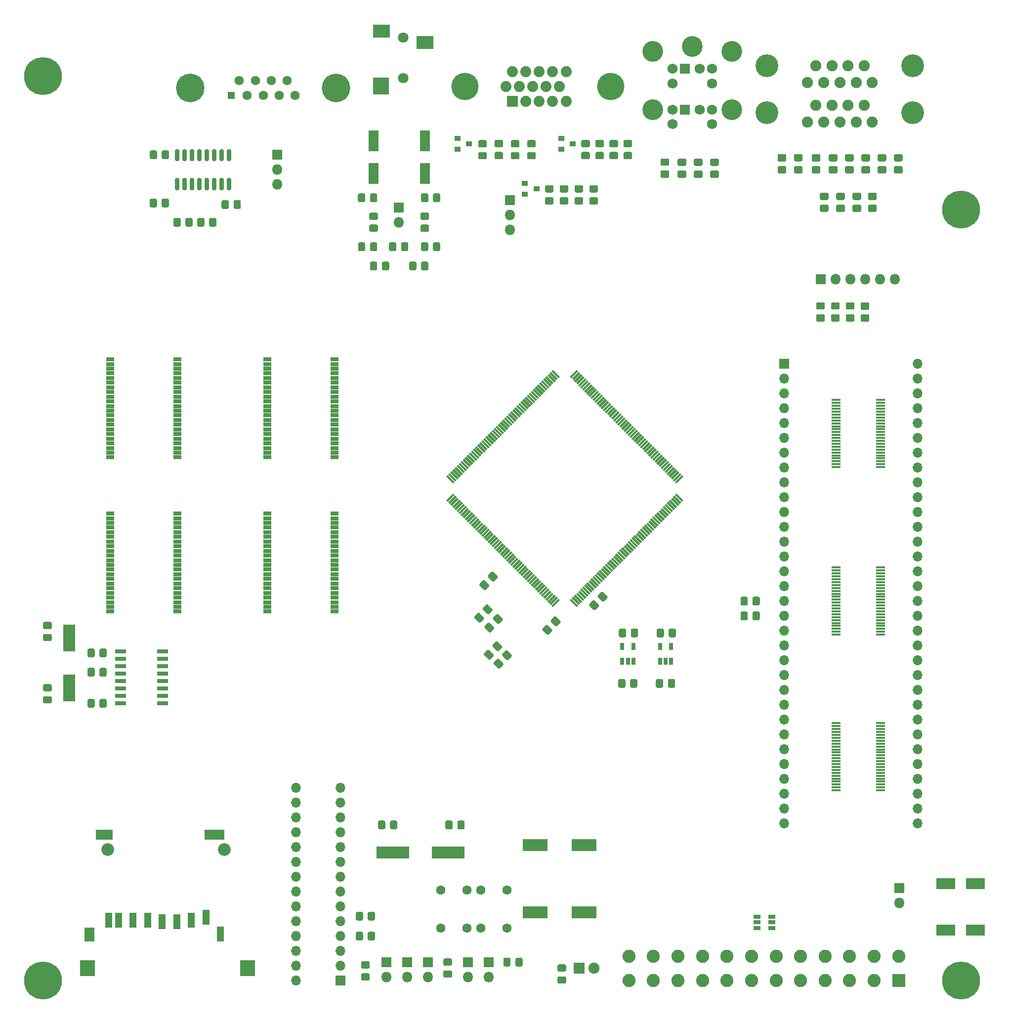
<source format=gbr>
%TF.GenerationSoftware,KiCad,Pcbnew,(5.1.6)-1*%
%TF.CreationDate,2023-05-03T11:12:58-04:00*%
%TF.ProjectId,MigStorm-ITX,4d696753-746f-4726-9d2d-4954582e6b69,rev?*%
%TF.SameCoordinates,Original*%
%TF.FileFunction,Soldermask,Top*%
%TF.FilePolarity,Negative*%
%FSLAX46Y46*%
G04 Gerber Fmt 4.6, Leading zero omitted, Abs format (unit mm)*
G04 Created by KiCad (PCBNEW (5.1.6)-1) date 2023-05-03 11:12:58*
%MOMM*%
%LPD*%
G01*
G04 APERTURE LIST*
%ADD10C,6.500000*%
%ADD11C,0.900000*%
%ADD12R,1.700000X3.600000*%
%ADD13R,1.900000X1.900000*%
%ADD14C,1.900000*%
%ADD15R,1.000000X0.900000*%
%ADD16R,1.925000X0.800000*%
%ADD17R,0.700000X1.300000*%
%ADD18R,1.575000X0.400000*%
%ADD19R,1.800000X1.800000*%
%ADD20O,1.800000X1.800000*%
%ADD21R,2.250000X2.250000*%
%ADD22C,2.250000*%
%ADD23R,1.750000X1.750000*%
%ADD24C,1.750000*%
%ADD25C,3.550000*%
%ADD26R,1.200000X2.600000*%
%ADD27R,1.800000X2.400000*%
%ADD28R,2.900000X1.800000*%
%ADD29R,3.400000X1.800000*%
%ADD30R,2.600000X2.700000*%
%ADD31C,2.185000*%
%ADD32C,3.910000*%
%ADD33R,1.300000X1.300000*%
%ADD34C,1.600000*%
%ADD35C,4.900000*%
%ADD36R,2.900000X2.300000*%
%ADD37R,2.700000X2.900000*%
%ADD38C,1.800000*%
%ADD39R,1.885000X1.885000*%
%ADD40C,1.885000*%
%ADD41C,4.675000*%
%ADD42C,0.100000*%
%ADD43R,1.395000X0.700000*%
%ADD44R,5.600000X2.100000*%
%ADD45R,2.100000X4.600000*%
%ADD46R,1.700000X1.700000*%
%ADD47O,1.700000X1.700000*%
%ADD48R,4.350000X2.150000*%
%ADD49R,3.250000X1.900000*%
%ADD50R,1.150000X0.650000*%
G04 APERTURE END LIST*
D10*
%TO.C,REF\u002A\u002A*%
X133604000Y-67030600D03*
D11*
X136004000Y-67030600D03*
X135301056Y-68727656D03*
X133604000Y-69430600D03*
X131906944Y-68727656D03*
X131204000Y-67030600D03*
X131906944Y-65333544D03*
X133604000Y-64630600D03*
X135301056Y-65333544D03*
%TD*%
D10*
%TO.C,REF\u002A\u002A*%
X290880800Y-89890600D03*
D11*
X293280800Y-89890600D03*
X292577856Y-91587656D03*
X290880800Y-92290600D03*
X289183744Y-91587656D03*
X288480800Y-89890600D03*
X289183744Y-88193544D03*
X290880800Y-87490600D03*
X292577856Y-88193544D03*
%TD*%
D10*
%TO.C,REF\u002A\u002A*%
X290880800Y-221970600D03*
D11*
X293280800Y-221970600D03*
X292577856Y-223667656D03*
X290880800Y-224370600D03*
X289183744Y-223667656D03*
X288480800Y-221970600D03*
X289183744Y-220273544D03*
X290880800Y-219570600D03*
X292577856Y-220273544D03*
%TD*%
%TO.C,REF\u002A\u002A*%
X135301056Y-220298944D03*
X133604000Y-219596000D03*
X131906944Y-220298944D03*
X131204000Y-221996000D03*
X131906944Y-223693056D03*
X133604000Y-224396000D03*
X135301056Y-223693056D03*
X136004000Y-221996000D03*
D10*
X133604000Y-221996000D03*
%TD*%
%TO.C,C1*%
G36*
G01*
X240675000Y-171547262D02*
X240675000Y-170590738D01*
G75*
G02*
X240946738Y-170319000I271738J0D01*
G01*
X241653262Y-170319000D01*
G75*
G02*
X241925000Y-170590738I0J-271738D01*
G01*
X241925000Y-171547262D01*
G75*
G02*
X241653262Y-171819000I-271738J0D01*
G01*
X240946738Y-171819000D01*
G75*
G02*
X240675000Y-171547262I0J271738D01*
G01*
G37*
G36*
G01*
X238625000Y-171547262D02*
X238625000Y-170590738D01*
G75*
G02*
X238896738Y-170319000I271738J0D01*
G01*
X239603262Y-170319000D01*
G75*
G02*
X239875000Y-170590738I0J-271738D01*
G01*
X239875000Y-171547262D01*
G75*
G02*
X239603262Y-171819000I-271738J0D01*
G01*
X238896738Y-171819000D01*
G75*
G02*
X238625000Y-171547262I0J271738D01*
G01*
G37*
%TD*%
%TO.C,C2*%
G36*
G01*
X234198000Y-171547262D02*
X234198000Y-170590738D01*
G75*
G02*
X234469738Y-170319000I271738J0D01*
G01*
X235176262Y-170319000D01*
G75*
G02*
X235448000Y-170590738I0J-271738D01*
G01*
X235448000Y-171547262D01*
G75*
G02*
X235176262Y-171819000I-271738J0D01*
G01*
X234469738Y-171819000D01*
G75*
G02*
X234198000Y-171547262I0J271738D01*
G01*
G37*
G36*
G01*
X232148000Y-171547262D02*
X232148000Y-170590738D01*
G75*
G02*
X232419738Y-170319000I271738J0D01*
G01*
X233126262Y-170319000D01*
G75*
G02*
X233398000Y-170590738I0J-271738D01*
G01*
X233398000Y-171547262D01*
G75*
G02*
X233126262Y-171819000I-271738J0D01*
G01*
X232419738Y-171819000D01*
G75*
G02*
X232148000Y-171547262I0J271738D01*
G01*
G37*
%TD*%
%TO.C,C4*%
G36*
G01*
X238752000Y-162911262D02*
X238752000Y-161954738D01*
G75*
G02*
X239023738Y-161683000I271738J0D01*
G01*
X239730262Y-161683000D01*
G75*
G02*
X240002000Y-161954738I0J-271738D01*
G01*
X240002000Y-162911262D01*
G75*
G02*
X239730262Y-163183000I-271738J0D01*
G01*
X239023738Y-163183000D01*
G75*
G02*
X238752000Y-162911262I0J271738D01*
G01*
G37*
G36*
G01*
X240802000Y-162911262D02*
X240802000Y-161954738D01*
G75*
G02*
X241073738Y-161683000I271738J0D01*
G01*
X241780262Y-161683000D01*
G75*
G02*
X242052000Y-161954738I0J-271738D01*
G01*
X242052000Y-162911262D01*
G75*
G02*
X241780262Y-163183000I-271738J0D01*
G01*
X241073738Y-163183000D01*
G75*
G02*
X240802000Y-162911262I0J271738D01*
G01*
G37*
%TD*%
%TO.C,C5*%
G36*
G01*
X232275000Y-162911262D02*
X232275000Y-161954738D01*
G75*
G02*
X232546738Y-161683000I271738J0D01*
G01*
X233253262Y-161683000D01*
G75*
G02*
X233525000Y-161954738I0J-271738D01*
G01*
X233525000Y-162911262D01*
G75*
G02*
X233253262Y-163183000I-271738J0D01*
G01*
X232546738Y-163183000D01*
G75*
G02*
X232275000Y-162911262I0J271738D01*
G01*
G37*
G36*
G01*
X234325000Y-162911262D02*
X234325000Y-161954738D01*
G75*
G02*
X234596738Y-161683000I271738J0D01*
G01*
X235303262Y-161683000D01*
G75*
G02*
X235575000Y-161954738I0J-271738D01*
G01*
X235575000Y-162911262D01*
G75*
G02*
X235303262Y-163183000I-271738J0D01*
G01*
X234596738Y-163183000D01*
G75*
G02*
X234325000Y-162911262I0J271738D01*
G01*
G37*
%TD*%
%TO.C,C8*%
G36*
G01*
X227935673Y-158439692D02*
X227259308Y-157763328D01*
G75*
G02*
X227259308Y-157379032I192148J192148D01*
G01*
X227758896Y-156879444D01*
G75*
G02*
X228143192Y-156879444I192148J-192148D01*
G01*
X228819556Y-157555808D01*
G75*
G02*
X228819556Y-157940104I-192148J-192148D01*
G01*
X228319968Y-158439692D01*
G75*
G02*
X227935672Y-158439692I-192148J192148D01*
G01*
G37*
G36*
G01*
X229385241Y-156990124D02*
X228708876Y-156313760D01*
G75*
G02*
X228708876Y-155929464I192148J192148D01*
G01*
X229208464Y-155429876D01*
G75*
G02*
X229592760Y-155429876I192148J-192148D01*
G01*
X230269124Y-156106240D01*
G75*
G02*
X230269124Y-156490536I-192148J-192148D01*
G01*
X229769536Y-156990124D01*
G75*
G02*
X229385240Y-156990124I-192148J192148D01*
G01*
G37*
%TD*%
%TO.C,C9*%
G36*
G01*
X221554543Y-159658092D02*
X222230908Y-160334456D01*
G75*
G02*
X222230908Y-160718752I-192148J-192148D01*
G01*
X221731320Y-161218340D01*
G75*
G02*
X221347024Y-161218340I-192148J192148D01*
G01*
X220670660Y-160541976D01*
G75*
G02*
X220670660Y-160157680I192148J192148D01*
G01*
X221170248Y-159658092D01*
G75*
G02*
X221554544Y-159658092I192148J-192148D01*
G01*
G37*
G36*
G01*
X220104975Y-161107660D02*
X220781340Y-161784024D01*
G75*
G02*
X220781340Y-162168320I-192148J-192148D01*
G01*
X220281752Y-162667908D01*
G75*
G02*
X219897456Y-162667908I-192148J192148D01*
G01*
X219221092Y-161991544D01*
G75*
G02*
X219221092Y-161607248I192148J192148D01*
G01*
X219720680Y-161107660D01*
G75*
G02*
X220104976Y-161107660I192148J-192148D01*
G01*
G37*
%TD*%
%TO.C,C33*%
G36*
G01*
X204607000Y-195804262D02*
X204607000Y-194847738D01*
G75*
G02*
X204878738Y-194576000I271738J0D01*
G01*
X205585262Y-194576000D01*
G75*
G02*
X205857000Y-194847738I0J-271738D01*
G01*
X205857000Y-195804262D01*
G75*
G02*
X205585262Y-196076000I-271738J0D01*
G01*
X204878738Y-196076000D01*
G75*
G02*
X204607000Y-195804262I0J271738D01*
G01*
G37*
G36*
G01*
X202557000Y-195804262D02*
X202557000Y-194847738D01*
G75*
G02*
X202828738Y-194576000I271738J0D01*
G01*
X203535262Y-194576000D01*
G75*
G02*
X203807000Y-194847738I0J-271738D01*
G01*
X203807000Y-195804262D01*
G75*
G02*
X203535262Y-196076000I-271738J0D01*
G01*
X202828738Y-196076000D01*
G75*
G02*
X202557000Y-195804262I0J271738D01*
G01*
G37*
%TD*%
%TO.C,C34*%
G36*
G01*
X191018000Y-195804262D02*
X191018000Y-194847738D01*
G75*
G02*
X191289738Y-194576000I271738J0D01*
G01*
X191996262Y-194576000D01*
G75*
G02*
X192268000Y-194847738I0J-271738D01*
G01*
X192268000Y-195804262D01*
G75*
G02*
X191996262Y-196076000I-271738J0D01*
G01*
X191289738Y-196076000D01*
G75*
G02*
X191018000Y-195804262I0J271738D01*
G01*
G37*
G36*
G01*
X193068000Y-195804262D02*
X193068000Y-194847738D01*
G75*
G02*
X193339738Y-194576000I271738J0D01*
G01*
X194046262Y-194576000D01*
G75*
G02*
X194318000Y-194847738I0J-271738D01*
G01*
X194318000Y-195804262D01*
G75*
G02*
X194046262Y-196076000I-271738J0D01*
G01*
X193339738Y-196076000D01*
G75*
G02*
X193068000Y-195804262I0J271738D01*
G01*
G37*
%TD*%
%TO.C,C36*%
G36*
G01*
X144516000Y-174019738D02*
X144516000Y-174976262D01*
G75*
G02*
X144244262Y-175248000I-271738J0D01*
G01*
X143537738Y-175248000D01*
G75*
G02*
X143266000Y-174976262I0J271738D01*
G01*
X143266000Y-174019738D01*
G75*
G02*
X143537738Y-173748000I271738J0D01*
G01*
X144244262Y-173748000D01*
G75*
G02*
X144516000Y-174019738I0J-271738D01*
G01*
G37*
G36*
G01*
X142466000Y-174019738D02*
X142466000Y-174976262D01*
G75*
G02*
X142194262Y-175248000I-271738J0D01*
G01*
X141487738Y-175248000D01*
G75*
G02*
X141216000Y-174976262I0J271738D01*
G01*
X141216000Y-174019738D01*
G75*
G02*
X141487738Y-173748000I271738J0D01*
G01*
X142194262Y-173748000D01*
G75*
G02*
X142466000Y-174019738I0J-271738D01*
G01*
G37*
%TD*%
%TO.C,C37*%
G36*
G01*
X133887738Y-171206000D02*
X134844262Y-171206000D01*
G75*
G02*
X135116000Y-171477738I0J-271738D01*
G01*
X135116000Y-172184262D01*
G75*
G02*
X134844262Y-172456000I-271738J0D01*
G01*
X133887738Y-172456000D01*
G75*
G02*
X133616000Y-172184262I0J271738D01*
G01*
X133616000Y-171477738D01*
G75*
G02*
X133887738Y-171206000I271738J0D01*
G01*
G37*
G36*
G01*
X133887738Y-173256000D02*
X134844262Y-173256000D01*
G75*
G02*
X135116000Y-173527738I0J-271738D01*
G01*
X135116000Y-174234262D01*
G75*
G02*
X134844262Y-174506000I-271738J0D01*
G01*
X133887738Y-174506000D01*
G75*
G02*
X133616000Y-174234262I0J271738D01*
G01*
X133616000Y-173527738D01*
G75*
G02*
X133887738Y-173256000I271738J0D01*
G01*
G37*
%TD*%
%TO.C,C39*%
G36*
G01*
X134844262Y-163838000D02*
X133887738Y-163838000D01*
G75*
G02*
X133616000Y-163566262I0J271738D01*
G01*
X133616000Y-162859738D01*
G75*
G02*
X133887738Y-162588000I271738J0D01*
G01*
X134844262Y-162588000D01*
G75*
G02*
X135116000Y-162859738I0J-271738D01*
G01*
X135116000Y-163566262D01*
G75*
G02*
X134844262Y-163838000I-271738J0D01*
G01*
G37*
G36*
G01*
X134844262Y-161788000D02*
X133887738Y-161788000D01*
G75*
G02*
X133616000Y-161516262I0J271738D01*
G01*
X133616000Y-160809738D01*
G75*
G02*
X133887738Y-160538000I271738J0D01*
G01*
X134844262Y-160538000D01*
G75*
G02*
X135116000Y-160809738I0J-271738D01*
G01*
X135116000Y-161516262D01*
G75*
G02*
X134844262Y-161788000I-271738J0D01*
G01*
G37*
%TD*%
%TO.C,C42*%
G36*
G01*
X155957000Y-92553262D02*
X155957000Y-91596738D01*
G75*
G02*
X156228738Y-91325000I271738J0D01*
G01*
X156935262Y-91325000D01*
G75*
G02*
X157207000Y-91596738I0J-271738D01*
G01*
X157207000Y-92553262D01*
G75*
G02*
X156935262Y-92825000I-271738J0D01*
G01*
X156228738Y-92825000D01*
G75*
G02*
X155957000Y-92553262I0J271738D01*
G01*
G37*
G36*
G01*
X158007000Y-92553262D02*
X158007000Y-91596738D01*
G75*
G02*
X158278738Y-91325000I271738J0D01*
G01*
X158985262Y-91325000D01*
G75*
G02*
X159257000Y-91596738I0J-271738D01*
G01*
X159257000Y-92553262D01*
G75*
G02*
X158985262Y-92825000I-271738J0D01*
G01*
X158278738Y-92825000D01*
G75*
G02*
X158007000Y-92553262I0J271738D01*
G01*
G37*
%TD*%
%TO.C,C43*%
G36*
G01*
X162071000Y-92553262D02*
X162071000Y-91596738D01*
G75*
G02*
X162342738Y-91325000I271738J0D01*
G01*
X163049262Y-91325000D01*
G75*
G02*
X163321000Y-91596738I0J-271738D01*
G01*
X163321000Y-92553262D01*
G75*
G02*
X163049262Y-92825000I-271738J0D01*
G01*
X162342738Y-92825000D01*
G75*
G02*
X162071000Y-92553262I0J271738D01*
G01*
G37*
G36*
G01*
X160021000Y-92553262D02*
X160021000Y-91596738D01*
G75*
G02*
X160292738Y-91325000I271738J0D01*
G01*
X160999262Y-91325000D01*
G75*
G02*
X161271000Y-91596738I0J-271738D01*
G01*
X161271000Y-92553262D01*
G75*
G02*
X160999262Y-92825000I-271738J0D01*
G01*
X160292738Y-92825000D01*
G75*
G02*
X160021000Y-92553262I0J271738D01*
G01*
G37*
%TD*%
%TO.C,C44*%
G36*
G01*
X153152000Y-80039738D02*
X153152000Y-80996262D01*
G75*
G02*
X152880262Y-81268000I-271738J0D01*
G01*
X152173738Y-81268000D01*
G75*
G02*
X151902000Y-80996262I0J271738D01*
G01*
X151902000Y-80039738D01*
G75*
G02*
X152173738Y-79768000I271738J0D01*
G01*
X152880262Y-79768000D01*
G75*
G02*
X153152000Y-80039738I0J-271738D01*
G01*
G37*
G36*
G01*
X155202000Y-80039738D02*
X155202000Y-80996262D01*
G75*
G02*
X154930262Y-81268000I-271738J0D01*
G01*
X154223738Y-81268000D01*
G75*
G02*
X153952000Y-80996262I0J271738D01*
G01*
X153952000Y-80039738D01*
G75*
G02*
X154223738Y-79768000I271738J0D01*
G01*
X154930262Y-79768000D01*
G75*
G02*
X155202000Y-80039738I0J-271738D01*
G01*
G37*
%TD*%
%TO.C,C45*%
G36*
G01*
X151884000Y-89251262D02*
X151884000Y-88294738D01*
G75*
G02*
X152155738Y-88023000I271738J0D01*
G01*
X152862262Y-88023000D01*
G75*
G02*
X153134000Y-88294738I0J-271738D01*
G01*
X153134000Y-89251262D01*
G75*
G02*
X152862262Y-89523000I-271738J0D01*
G01*
X152155738Y-89523000D01*
G75*
G02*
X151884000Y-89251262I0J271738D01*
G01*
G37*
G36*
G01*
X153934000Y-89251262D02*
X153934000Y-88294738D01*
G75*
G02*
X154205738Y-88023000I271738J0D01*
G01*
X154912262Y-88023000D01*
G75*
G02*
X155184000Y-88294738I0J-271738D01*
G01*
X155184000Y-89251262D01*
G75*
G02*
X154912262Y-89523000I-271738J0D01*
G01*
X154205738Y-89523000D01*
G75*
G02*
X153934000Y-89251262I0J271738D01*
G01*
G37*
%TD*%
%TO.C,C46*%
G36*
G01*
X190880000Y-95787738D02*
X190880000Y-96744262D01*
G75*
G02*
X190608262Y-97016000I-271738J0D01*
G01*
X189901738Y-97016000D01*
G75*
G02*
X189630000Y-96744262I0J271738D01*
G01*
X189630000Y-95787738D01*
G75*
G02*
X189901738Y-95516000I271738J0D01*
G01*
X190608262Y-95516000D01*
G75*
G02*
X190880000Y-95787738I0J-271738D01*
G01*
G37*
G36*
G01*
X188830000Y-95787738D02*
X188830000Y-96744262D01*
G75*
G02*
X188558262Y-97016000I-271738J0D01*
G01*
X187851738Y-97016000D01*
G75*
G02*
X187580000Y-96744262I0J271738D01*
G01*
X187580000Y-95787738D01*
G75*
G02*
X187851738Y-95516000I271738J0D01*
G01*
X188558262Y-95516000D01*
G75*
G02*
X188830000Y-95787738I0J-271738D01*
G01*
G37*
%TD*%
%TO.C,C47*%
G36*
G01*
X199616000Y-95787738D02*
X199616000Y-96744262D01*
G75*
G02*
X199344262Y-97016000I-271738J0D01*
G01*
X198637738Y-97016000D01*
G75*
G02*
X198366000Y-96744262I0J271738D01*
G01*
X198366000Y-95787738D01*
G75*
G02*
X198637738Y-95516000I271738J0D01*
G01*
X199344262Y-95516000D01*
G75*
G02*
X199616000Y-95787738I0J-271738D01*
G01*
G37*
G36*
G01*
X201666000Y-95787738D02*
X201666000Y-96744262D01*
G75*
G02*
X201394262Y-97016000I-271738J0D01*
G01*
X200687738Y-97016000D01*
G75*
G02*
X200416000Y-96744262I0J271738D01*
G01*
X200416000Y-95787738D01*
G75*
G02*
X200687738Y-95516000I271738J0D01*
G01*
X201394262Y-95516000D01*
G75*
G02*
X201666000Y-95787738I0J-271738D01*
G01*
G37*
%TD*%
%TO.C,C48*%
G36*
G01*
X165453000Y-88548738D02*
X165453000Y-89505262D01*
G75*
G02*
X165181262Y-89777000I-271738J0D01*
G01*
X164474738Y-89777000D01*
G75*
G02*
X164203000Y-89505262I0J271738D01*
G01*
X164203000Y-88548738D01*
G75*
G02*
X164474738Y-88277000I271738J0D01*
G01*
X165181262Y-88277000D01*
G75*
G02*
X165453000Y-88548738I0J-271738D01*
G01*
G37*
G36*
G01*
X167503000Y-88548738D02*
X167503000Y-89505262D01*
G75*
G02*
X167231262Y-89777000I-271738J0D01*
G01*
X166524738Y-89777000D01*
G75*
G02*
X166253000Y-89505262I0J271738D01*
G01*
X166253000Y-88548738D01*
G75*
G02*
X166524738Y-88277000I271738J0D01*
G01*
X167231262Y-88277000D01*
G75*
G02*
X167503000Y-88548738I0J-271738D01*
G01*
G37*
%TD*%
%TO.C,C49*%
G36*
G01*
X190871000Y-87405738D02*
X190871000Y-88362262D01*
G75*
G02*
X190599262Y-88634000I-271738J0D01*
G01*
X189892738Y-88634000D01*
G75*
G02*
X189621000Y-88362262I0J271738D01*
G01*
X189621000Y-87405738D01*
G75*
G02*
X189892738Y-87134000I271738J0D01*
G01*
X190599262Y-87134000D01*
G75*
G02*
X190871000Y-87405738I0J-271738D01*
G01*
G37*
G36*
G01*
X188821000Y-87405738D02*
X188821000Y-88362262D01*
G75*
G02*
X188549262Y-88634000I-271738J0D01*
G01*
X187842738Y-88634000D01*
G75*
G02*
X187571000Y-88362262I0J271738D01*
G01*
X187571000Y-87405738D01*
G75*
G02*
X187842738Y-87134000I271738J0D01*
G01*
X188549262Y-87134000D01*
G75*
G02*
X188821000Y-87405738I0J-271738D01*
G01*
G37*
%TD*%
%TO.C,C50*%
G36*
G01*
X199625000Y-87405738D02*
X199625000Y-88362262D01*
G75*
G02*
X199353262Y-88634000I-271738J0D01*
G01*
X198646738Y-88634000D01*
G75*
G02*
X198375000Y-88362262I0J271738D01*
G01*
X198375000Y-87405738D01*
G75*
G02*
X198646738Y-87134000I271738J0D01*
G01*
X199353262Y-87134000D01*
G75*
G02*
X199625000Y-87405738I0J-271738D01*
G01*
G37*
G36*
G01*
X201675000Y-87405738D02*
X201675000Y-88362262D01*
G75*
G02*
X201403262Y-88634000I-271738J0D01*
G01*
X200696738Y-88634000D01*
G75*
G02*
X200425000Y-88362262I0J271738D01*
G01*
X200425000Y-87405738D01*
G75*
G02*
X200696738Y-87134000I271738J0D01*
G01*
X201403262Y-87134000D01*
G75*
G02*
X201675000Y-87405738I0J-271738D01*
G01*
G37*
%TD*%
D12*
%TO.C,C51*%
X190246000Y-78105000D03*
X190246000Y-83705000D03*
%TD*%
%TO.C,C52*%
X199009000Y-83699000D03*
X199009000Y-78099000D03*
%TD*%
D13*
%TO.C,D1*%
X225425000Y-219837000D03*
D14*
X227965000Y-219837000D03*
%TD*%
D15*
%TO.C,D2*%
X204597000Y-77663000D03*
X204597000Y-79563000D03*
X206597000Y-78613000D03*
%TD*%
%TO.C,D3*%
X218186000Y-86360000D03*
X216186000Y-87310000D03*
X216186000Y-85410000D03*
%TD*%
%TO.C,D4*%
X222393000Y-77663000D03*
X222393000Y-79563000D03*
X224393000Y-78613000D03*
%TD*%
D16*
%TO.C,IC1*%
X154057000Y-174498000D03*
X154057000Y-173228000D03*
X154057000Y-171958000D03*
X154057000Y-170688000D03*
X154057000Y-169418000D03*
X154057000Y-168148000D03*
X154057000Y-166878000D03*
X154057000Y-165608000D03*
X146933000Y-165608000D03*
X146933000Y-166878000D03*
X146933000Y-168148000D03*
X146933000Y-169418000D03*
X146933000Y-170688000D03*
X146933000Y-171958000D03*
X146933000Y-173228000D03*
X146933000Y-174498000D03*
%TD*%
D17*
%TO.C,IC2*%
X239334000Y-164739000D03*
X241234000Y-164739000D03*
X241234000Y-167239000D03*
X240284000Y-167239000D03*
X239334000Y-167239000D03*
%TD*%
%TO.C,IC3*%
X232857000Y-167239000D03*
X233807000Y-167239000D03*
X234757000Y-167239000D03*
X234757000Y-164739000D03*
X232857000Y-164739000D03*
%TD*%
D18*
%TO.C,IC4*%
X269516000Y-122520000D03*
X269516000Y-123020000D03*
X269516000Y-123520000D03*
X269516000Y-124020000D03*
X269516000Y-124520000D03*
X269516000Y-125020000D03*
X269516000Y-125520000D03*
X269516000Y-126020000D03*
X269516000Y-126520000D03*
X269516000Y-127020000D03*
X269516000Y-127520000D03*
X269516000Y-128020000D03*
X269516000Y-128520000D03*
X269516000Y-129020000D03*
X269516000Y-129520000D03*
X269516000Y-130020000D03*
X269516000Y-130520000D03*
X269516000Y-131020000D03*
X269516000Y-131520000D03*
X269516000Y-132020000D03*
X269516000Y-132520000D03*
X269516000Y-133020000D03*
X269516000Y-133520000D03*
X269516000Y-134020000D03*
X277092000Y-134020000D03*
X277092000Y-133520000D03*
X277092000Y-133020000D03*
X277092000Y-132520000D03*
X277092000Y-132020000D03*
X277092000Y-131520000D03*
X277092000Y-131020000D03*
X277092000Y-130520000D03*
X277092000Y-130020000D03*
X277092000Y-129520000D03*
X277092000Y-129020000D03*
X277092000Y-128520000D03*
X277092000Y-128020000D03*
X277092000Y-127520000D03*
X277092000Y-127020000D03*
X277092000Y-126520000D03*
X277092000Y-126020000D03*
X277092000Y-125520000D03*
X277092000Y-125020000D03*
X277092000Y-124520000D03*
X277092000Y-124020000D03*
X277092000Y-123520000D03*
X277092000Y-123020000D03*
X277092000Y-122520000D03*
%TD*%
%TO.C,IC5*%
X277092000Y-151222000D03*
X277092000Y-151722000D03*
X277092000Y-152222000D03*
X277092000Y-152722000D03*
X277092000Y-153222000D03*
X277092000Y-153722000D03*
X277092000Y-154222000D03*
X277092000Y-154722000D03*
X277092000Y-155222000D03*
X277092000Y-155722000D03*
X277092000Y-156222000D03*
X277092000Y-156722000D03*
X277092000Y-157222000D03*
X277092000Y-157722000D03*
X277092000Y-158222000D03*
X277092000Y-158722000D03*
X277092000Y-159222000D03*
X277092000Y-159722000D03*
X277092000Y-160222000D03*
X277092000Y-160722000D03*
X277092000Y-161222000D03*
X277092000Y-161722000D03*
X277092000Y-162222000D03*
X277092000Y-162722000D03*
X269516000Y-162722000D03*
X269516000Y-162222000D03*
X269516000Y-161722000D03*
X269516000Y-161222000D03*
X269516000Y-160722000D03*
X269516000Y-160222000D03*
X269516000Y-159722000D03*
X269516000Y-159222000D03*
X269516000Y-158722000D03*
X269516000Y-158222000D03*
X269516000Y-157722000D03*
X269516000Y-157222000D03*
X269516000Y-156722000D03*
X269516000Y-156222000D03*
X269516000Y-155722000D03*
X269516000Y-155222000D03*
X269516000Y-154722000D03*
X269516000Y-154222000D03*
X269516000Y-153722000D03*
X269516000Y-153222000D03*
X269516000Y-152722000D03*
X269516000Y-152222000D03*
X269516000Y-151722000D03*
X269516000Y-151222000D03*
%TD*%
%TO.C,IC6*%
X269516000Y-177892000D03*
X269516000Y-178392000D03*
X269516000Y-178892000D03*
X269516000Y-179392000D03*
X269516000Y-179892000D03*
X269516000Y-180392000D03*
X269516000Y-180892000D03*
X269516000Y-181392000D03*
X269516000Y-181892000D03*
X269516000Y-182392000D03*
X269516000Y-182892000D03*
X269516000Y-183392000D03*
X269516000Y-183892000D03*
X269516000Y-184392000D03*
X269516000Y-184892000D03*
X269516000Y-185392000D03*
X269516000Y-185892000D03*
X269516000Y-186392000D03*
X269516000Y-186892000D03*
X269516000Y-187392000D03*
X269516000Y-187892000D03*
X269516000Y-188392000D03*
X269516000Y-188892000D03*
X269516000Y-189392000D03*
X277092000Y-189392000D03*
X277092000Y-188892000D03*
X277092000Y-188392000D03*
X277092000Y-187892000D03*
X277092000Y-187392000D03*
X277092000Y-186892000D03*
X277092000Y-186392000D03*
X277092000Y-185892000D03*
X277092000Y-185392000D03*
X277092000Y-184892000D03*
X277092000Y-184392000D03*
X277092000Y-183892000D03*
X277092000Y-183392000D03*
X277092000Y-182892000D03*
X277092000Y-182392000D03*
X277092000Y-181892000D03*
X277092000Y-181392000D03*
X277092000Y-180892000D03*
X277092000Y-180392000D03*
X277092000Y-179892000D03*
X277092000Y-179392000D03*
X277092000Y-178892000D03*
X277092000Y-178392000D03*
X277092000Y-177892000D03*
%TD*%
D19*
%TO.C,J1*%
X266827000Y-101854000D03*
D20*
X269367000Y-101854000D03*
X271907000Y-101854000D03*
X274447000Y-101854000D03*
X276987000Y-101854000D03*
X279527000Y-101854000D03*
%TD*%
D21*
%TO.C,J2*%
X280207000Y-222005000D03*
D22*
X276007000Y-222005000D03*
X271807000Y-222005000D03*
X267607000Y-222005000D03*
X263407000Y-222005000D03*
X259207000Y-222005000D03*
X255007000Y-222005000D03*
X250807000Y-222005000D03*
X246607000Y-222005000D03*
X242407000Y-222005000D03*
X238207000Y-222005000D03*
X234007000Y-222005000D03*
X280207000Y-217805000D03*
X276007000Y-217805000D03*
X271807000Y-217805000D03*
X267607000Y-217805000D03*
X263407000Y-217805000D03*
X259207000Y-217805000D03*
X255007000Y-217805000D03*
X250807000Y-217805000D03*
X246607000Y-217805000D03*
X242407000Y-217805000D03*
X238207000Y-217805000D03*
X234007000Y-217805000D03*
%TD*%
D19*
%TO.C,J3*%
X199517000Y-218821000D03*
D20*
X199517000Y-221361000D03*
%TD*%
D19*
%TO.C,J4*%
X195961000Y-218821000D03*
D20*
X195961000Y-221361000D03*
%TD*%
D19*
%TO.C,J5*%
X213614000Y-88265000D03*
D20*
X213614000Y-90805000D03*
X213614000Y-93345000D03*
%TD*%
%TO.C,J6*%
X192405000Y-221361000D03*
D19*
X192405000Y-218821000D03*
%TD*%
D23*
%TO.C,J7*%
X243556000Y-65776000D03*
D24*
X246156000Y-65776000D03*
X241456000Y-65776000D03*
X248256000Y-65776000D03*
X241456000Y-68276000D03*
X248256000Y-68276000D03*
D23*
X243556000Y-72776000D03*
D24*
X246156000Y-72776000D03*
X241456000Y-72776000D03*
X248256000Y-72776000D03*
X241456000Y-75276000D03*
X248256000Y-75276000D03*
D25*
X251606000Y-62776000D03*
X244856000Y-61976000D03*
X238106000Y-62776000D03*
X251606000Y-72776000D03*
X238106000Y-72776000D03*
%TD*%
D19*
%TO.C,J8*%
X209931000Y-218821000D03*
D20*
X209931000Y-221361000D03*
%TD*%
%TO.C,J9*%
X206375000Y-221361000D03*
D19*
X206375000Y-218821000D03*
%TD*%
D20*
%TO.C,J10*%
X173736000Y-85598000D03*
X173736000Y-83058000D03*
D19*
X173736000Y-80518000D03*
%TD*%
D26*
%TO.C,J11*%
X161531000Y-211103000D03*
X159031000Y-211603000D03*
X156531000Y-211903000D03*
X154031000Y-211903000D03*
X151531000Y-211603000D03*
X149031000Y-211603000D03*
X146531000Y-211603000D03*
X144906000Y-211603000D03*
X164031000Y-214003000D03*
D27*
X141531000Y-214103000D03*
D28*
X144106000Y-197003000D03*
D29*
X163006000Y-197003000D03*
D30*
X168656000Y-219823000D03*
X141256000Y-219823000D03*
D31*
X164656000Y-199503000D03*
X144656000Y-199503000D03*
%TD*%
D20*
%TO.C,J12*%
X194564000Y-92075000D03*
D19*
X194564000Y-89535000D03*
%TD*%
D14*
%TO.C,J13*%
X266010000Y-72028000D03*
X274320000Y-72028000D03*
X271550000Y-72028000D03*
X268780000Y-72028000D03*
X264625000Y-74868000D03*
X267395000Y-74868000D03*
X275705000Y-74868000D03*
X272935000Y-74868000D03*
X266010000Y-65278000D03*
X274320000Y-65278000D03*
X271550000Y-65278000D03*
X268780000Y-65278000D03*
X264625000Y-68118000D03*
X267395000Y-68118000D03*
X275705000Y-68118000D03*
X272935000Y-68118000D03*
X270165000Y-74868000D03*
X270165000Y-68118000D03*
D32*
X257675000Y-73278000D03*
X257675000Y-65278000D03*
X282655000Y-65278000D03*
X282655000Y-73278000D03*
%TD*%
D33*
%TO.C,J14*%
X165862000Y-70358000D03*
D34*
X167232000Y-67818000D03*
X168602000Y-70358000D03*
X169972000Y-67818000D03*
X171342000Y-70358000D03*
X172712000Y-67818000D03*
X174082000Y-70358000D03*
X175452000Y-67818000D03*
X176822000Y-70358000D03*
D35*
X158847000Y-69088000D03*
X183837000Y-69088000D03*
%TD*%
D36*
%TO.C,J15*%
X191626000Y-59296000D03*
D37*
X191526000Y-68696000D03*
D36*
X199026000Y-61296000D03*
D38*
X195326000Y-60396000D03*
X195326000Y-67396000D03*
%TD*%
D39*
%TO.C,J16*%
X214066000Y-71374000D03*
D40*
X216356000Y-71374000D03*
X218646000Y-71374000D03*
X220936000Y-71374000D03*
X223226000Y-71374000D03*
X212921000Y-68834000D03*
X215211000Y-68834000D03*
X217501000Y-68834000D03*
X219791000Y-68834000D03*
X222081000Y-68834000D03*
X214066000Y-66294000D03*
X216356000Y-66294000D03*
X218646000Y-66294000D03*
X220936000Y-66294000D03*
X223226000Y-66294000D03*
D41*
X205896000Y-68834000D03*
X230886000Y-68834000D03*
%TD*%
%TO.C,R1*%
G36*
G01*
X256421000Y-156493738D02*
X256421000Y-157450262D01*
G75*
G02*
X256149262Y-157722000I-271738J0D01*
G01*
X255442738Y-157722000D01*
G75*
G02*
X255171000Y-157450262I0J271738D01*
G01*
X255171000Y-156493738D01*
G75*
G02*
X255442738Y-156222000I271738J0D01*
G01*
X256149262Y-156222000D01*
G75*
G02*
X256421000Y-156493738I0J-271738D01*
G01*
G37*
G36*
G01*
X254371000Y-156493738D02*
X254371000Y-157450262D01*
G75*
G02*
X254099262Y-157722000I-271738J0D01*
G01*
X253392738Y-157722000D01*
G75*
G02*
X253121000Y-157450262I0J271738D01*
G01*
X253121000Y-156493738D01*
G75*
G02*
X253392738Y-156222000I271738J0D01*
G01*
X254099262Y-156222000D01*
G75*
G02*
X254371000Y-156493738I0J-271738D01*
G01*
G37*
%TD*%
%TO.C,R2*%
G36*
G01*
X254371000Y-159033738D02*
X254371000Y-159990262D01*
G75*
G02*
X254099262Y-160262000I-271738J0D01*
G01*
X253392738Y-160262000D01*
G75*
G02*
X253121000Y-159990262I0J271738D01*
G01*
X253121000Y-159033738D01*
G75*
G02*
X253392738Y-158762000I271738J0D01*
G01*
X254099262Y-158762000D01*
G75*
G02*
X254371000Y-159033738I0J-271738D01*
G01*
G37*
G36*
G01*
X256421000Y-159033738D02*
X256421000Y-159990262D01*
G75*
G02*
X256149262Y-160262000I-271738J0D01*
G01*
X255442738Y-160262000D01*
G75*
G02*
X255171000Y-159990262I0J271738D01*
G01*
X255171000Y-159033738D01*
G75*
G02*
X255442738Y-158762000I271738J0D01*
G01*
X256149262Y-158762000D01*
G75*
G02*
X256421000Y-159033738I0J-271738D01*
G01*
G37*
%TD*%
%TO.C,R3*%
G36*
G01*
X266348738Y-107833000D02*
X267305262Y-107833000D01*
G75*
G02*
X267577000Y-108104738I0J-271738D01*
G01*
X267577000Y-108811262D01*
G75*
G02*
X267305262Y-109083000I-271738J0D01*
G01*
X266348738Y-109083000D01*
G75*
G02*
X266077000Y-108811262I0J271738D01*
G01*
X266077000Y-108104738D01*
G75*
G02*
X266348738Y-107833000I271738J0D01*
G01*
G37*
G36*
G01*
X266348738Y-105783000D02*
X267305262Y-105783000D01*
G75*
G02*
X267577000Y-106054738I0J-271738D01*
G01*
X267577000Y-106761262D01*
G75*
G02*
X267305262Y-107033000I-271738J0D01*
G01*
X266348738Y-107033000D01*
G75*
G02*
X266077000Y-106761262I0J271738D01*
G01*
X266077000Y-106054738D01*
G75*
G02*
X266348738Y-105783000I271738J0D01*
G01*
G37*
%TD*%
%TO.C,R4*%
G36*
G01*
X268888738Y-107833000D02*
X269845262Y-107833000D01*
G75*
G02*
X270117000Y-108104738I0J-271738D01*
G01*
X270117000Y-108811262D01*
G75*
G02*
X269845262Y-109083000I-271738J0D01*
G01*
X268888738Y-109083000D01*
G75*
G02*
X268617000Y-108811262I0J271738D01*
G01*
X268617000Y-108104738D01*
G75*
G02*
X268888738Y-107833000I271738J0D01*
G01*
G37*
G36*
G01*
X268888738Y-105783000D02*
X269845262Y-105783000D01*
G75*
G02*
X270117000Y-106054738I0J-271738D01*
G01*
X270117000Y-106761262D01*
G75*
G02*
X269845262Y-107033000I-271738J0D01*
G01*
X268888738Y-107033000D01*
G75*
G02*
X268617000Y-106761262I0J271738D01*
G01*
X268617000Y-106054738D01*
G75*
G02*
X268888738Y-105783000I271738J0D01*
G01*
G37*
%TD*%
%TO.C,R5*%
G36*
G01*
X271428738Y-105783000D02*
X272385262Y-105783000D01*
G75*
G02*
X272657000Y-106054738I0J-271738D01*
G01*
X272657000Y-106761262D01*
G75*
G02*
X272385262Y-107033000I-271738J0D01*
G01*
X271428738Y-107033000D01*
G75*
G02*
X271157000Y-106761262I0J271738D01*
G01*
X271157000Y-106054738D01*
G75*
G02*
X271428738Y-105783000I271738J0D01*
G01*
G37*
G36*
G01*
X271428738Y-107833000D02*
X272385262Y-107833000D01*
G75*
G02*
X272657000Y-108104738I0J-271738D01*
G01*
X272657000Y-108811262D01*
G75*
G02*
X272385262Y-109083000I-271738J0D01*
G01*
X271428738Y-109083000D01*
G75*
G02*
X271157000Y-108811262I0J271738D01*
G01*
X271157000Y-108104738D01*
G75*
G02*
X271428738Y-107833000I271738J0D01*
G01*
G37*
%TD*%
%TO.C,R6*%
G36*
G01*
X273968738Y-107851000D02*
X274925262Y-107851000D01*
G75*
G02*
X275197000Y-108122738I0J-271738D01*
G01*
X275197000Y-108829262D01*
G75*
G02*
X274925262Y-109101000I-271738J0D01*
G01*
X273968738Y-109101000D01*
G75*
G02*
X273697000Y-108829262I0J271738D01*
G01*
X273697000Y-108122738D01*
G75*
G02*
X273968738Y-107851000I271738J0D01*
G01*
G37*
G36*
G01*
X273968738Y-105801000D02*
X274925262Y-105801000D01*
G75*
G02*
X275197000Y-106072738I0J-271738D01*
G01*
X275197000Y-106779262D01*
G75*
G02*
X274925262Y-107051000I-271738J0D01*
G01*
X273968738Y-107051000D01*
G75*
G02*
X273697000Y-106779262I0J271738D01*
G01*
X273697000Y-106072738D01*
G75*
G02*
X273968738Y-105801000I271738J0D01*
G01*
G37*
%TD*%
%TO.C,R8*%
G36*
G01*
X210589241Y-153561124D02*
X209912876Y-152884760D01*
G75*
G02*
X209912876Y-152500464I192148J192148D01*
G01*
X210412464Y-152000876D01*
G75*
G02*
X210796760Y-152000876I192148J-192148D01*
G01*
X211473124Y-152677240D01*
G75*
G02*
X211473124Y-153061536I-192148J-192148D01*
G01*
X210973536Y-153561124D01*
G75*
G02*
X210589240Y-153561124I-192148J192148D01*
G01*
G37*
G36*
G01*
X209139673Y-155010692D02*
X208463308Y-154334328D01*
G75*
G02*
X208463308Y-153950032I192148J192148D01*
G01*
X208962896Y-153450444D01*
G75*
G02*
X209347192Y-153450444I192148J-192148D01*
G01*
X210023556Y-154126808D01*
G75*
G02*
X210023556Y-154511104I-192148J-192148D01*
G01*
X209523968Y-155010692D01*
G75*
G02*
X209139672Y-155010692I-192148J192148D01*
G01*
G37*
%TD*%
%TO.C,R9*%
G36*
G01*
X213002241Y-167023124D02*
X212325876Y-166346760D01*
G75*
G02*
X212325876Y-165962464I192148J192148D01*
G01*
X212825464Y-165462876D01*
G75*
G02*
X213209760Y-165462876I192148J-192148D01*
G01*
X213886124Y-166139240D01*
G75*
G02*
X213886124Y-166523536I-192148J-192148D01*
G01*
X213386536Y-167023124D01*
G75*
G02*
X213002240Y-167023124I-192148J192148D01*
G01*
G37*
G36*
G01*
X211552673Y-168472692D02*
X210876308Y-167796328D01*
G75*
G02*
X210876308Y-167412032I192148J192148D01*
G01*
X211375896Y-166912444D01*
G75*
G02*
X211760192Y-166912444I192148J-192148D01*
G01*
X212436556Y-167588808D01*
G75*
G02*
X212436556Y-167973104I-192148J-192148D01*
G01*
X211936968Y-168472692D01*
G75*
G02*
X211552672Y-168472692I-192148J192148D01*
G01*
G37*
%TD*%
%TO.C,R10*%
G36*
G01*
X190508000Y-213897738D02*
X190508000Y-214854262D01*
G75*
G02*
X190236262Y-215126000I-271738J0D01*
G01*
X189529738Y-215126000D01*
G75*
G02*
X189258000Y-214854262I0J271738D01*
G01*
X189258000Y-213897738D01*
G75*
G02*
X189529738Y-213626000I271738J0D01*
G01*
X190236262Y-213626000D01*
G75*
G02*
X190508000Y-213897738I0J-271738D01*
G01*
G37*
G36*
G01*
X188458000Y-213897738D02*
X188458000Y-214854262D01*
G75*
G02*
X188186262Y-215126000I-271738J0D01*
G01*
X187479738Y-215126000D01*
G75*
G02*
X187208000Y-214854262I0J271738D01*
G01*
X187208000Y-213897738D01*
G75*
G02*
X187479738Y-213626000I271738J0D01*
G01*
X188186262Y-213626000D01*
G75*
G02*
X188458000Y-213897738I0J-271738D01*
G01*
G37*
%TD*%
%TO.C,R11*%
G36*
G01*
X222982262Y-220462000D02*
X222025738Y-220462000D01*
G75*
G02*
X221754000Y-220190262I0J271738D01*
G01*
X221754000Y-219483738D01*
G75*
G02*
X222025738Y-219212000I271738J0D01*
G01*
X222982262Y-219212000D01*
G75*
G02*
X223254000Y-219483738I0J-271738D01*
G01*
X223254000Y-220190262D01*
G75*
G02*
X222982262Y-220462000I-271738J0D01*
G01*
G37*
G36*
G01*
X222982262Y-222512000D02*
X222025738Y-222512000D01*
G75*
G02*
X221754000Y-222240262I0J271738D01*
G01*
X221754000Y-221533738D01*
G75*
G02*
X222025738Y-221262000I271738J0D01*
G01*
X222982262Y-221262000D01*
G75*
G02*
X223254000Y-221533738I0J-271738D01*
G01*
X223254000Y-222240262D01*
G75*
G02*
X222982262Y-222512000I-271738J0D01*
G01*
G37*
%TD*%
%TO.C,R14*%
G36*
G01*
X188440000Y-210468738D02*
X188440000Y-211425262D01*
G75*
G02*
X188168262Y-211697000I-271738J0D01*
G01*
X187461738Y-211697000D01*
G75*
G02*
X187190000Y-211425262I0J271738D01*
G01*
X187190000Y-210468738D01*
G75*
G02*
X187461738Y-210197000I271738J0D01*
G01*
X188168262Y-210197000D01*
G75*
G02*
X188440000Y-210468738I0J-271738D01*
G01*
G37*
G36*
G01*
X190490000Y-210468738D02*
X190490000Y-211425262D01*
G75*
G02*
X190218262Y-211697000I-271738J0D01*
G01*
X189511738Y-211697000D01*
G75*
G02*
X189240000Y-211425262I0J271738D01*
G01*
X189240000Y-210468738D01*
G75*
G02*
X189511738Y-210197000I271738J0D01*
G01*
X190218262Y-210197000D01*
G75*
G02*
X190490000Y-210468738I0J-271738D01*
G01*
G37*
%TD*%
%TO.C,R15*%
G36*
G01*
X215781000Y-218342738D02*
X215781000Y-219299262D01*
G75*
G02*
X215509262Y-219571000I-271738J0D01*
G01*
X214802738Y-219571000D01*
G75*
G02*
X214531000Y-219299262I0J271738D01*
G01*
X214531000Y-218342738D01*
G75*
G02*
X214802738Y-218071000I271738J0D01*
G01*
X215509262Y-218071000D01*
G75*
G02*
X215781000Y-218342738I0J-271738D01*
G01*
G37*
G36*
G01*
X213731000Y-218342738D02*
X213731000Y-219299262D01*
G75*
G02*
X213459262Y-219571000I-271738J0D01*
G01*
X212752738Y-219571000D01*
G75*
G02*
X212481000Y-219299262I0J271738D01*
G01*
X212481000Y-218342738D01*
G75*
G02*
X212752738Y-218071000I271738J0D01*
G01*
X213459262Y-218071000D01*
G75*
G02*
X213731000Y-218342738I0J-271738D01*
G01*
G37*
%TD*%
%TO.C,R16*%
G36*
G01*
X144516000Y-168685738D02*
X144516000Y-169642262D01*
G75*
G02*
X144244262Y-169914000I-271738J0D01*
G01*
X143537738Y-169914000D01*
G75*
G02*
X143266000Y-169642262I0J271738D01*
G01*
X143266000Y-168685738D01*
G75*
G02*
X143537738Y-168414000I271738J0D01*
G01*
X144244262Y-168414000D01*
G75*
G02*
X144516000Y-168685738I0J-271738D01*
G01*
G37*
G36*
G01*
X142466000Y-168685738D02*
X142466000Y-169642262D01*
G75*
G02*
X142194262Y-169914000I-271738J0D01*
G01*
X141487738Y-169914000D01*
G75*
G02*
X141216000Y-169642262I0J271738D01*
G01*
X141216000Y-168685738D01*
G75*
G02*
X141487738Y-168414000I271738J0D01*
G01*
X142194262Y-168414000D01*
G75*
G02*
X142466000Y-168685738I0J-271738D01*
G01*
G37*
%TD*%
%TO.C,R17*%
G36*
G01*
X143266000Y-166340262D02*
X143266000Y-165383738D01*
G75*
G02*
X143537738Y-165112000I271738J0D01*
G01*
X144244262Y-165112000D01*
G75*
G02*
X144516000Y-165383738I0J-271738D01*
G01*
X144516000Y-166340262D01*
G75*
G02*
X144244262Y-166612000I-271738J0D01*
G01*
X143537738Y-166612000D01*
G75*
G02*
X143266000Y-166340262I0J271738D01*
G01*
G37*
G36*
G01*
X141216000Y-166340262D02*
X141216000Y-165383738D01*
G75*
G02*
X141487738Y-165112000I271738J0D01*
G01*
X142194262Y-165112000D01*
G75*
G02*
X142466000Y-165383738I0J-271738D01*
G01*
X142466000Y-166340262D01*
G75*
G02*
X142194262Y-166612000I-271738J0D01*
G01*
X141487738Y-166612000D01*
G75*
G02*
X141216000Y-166340262I0J271738D01*
G01*
G37*
%TD*%
%TO.C,R19*%
G36*
G01*
X211648543Y-159277092D02*
X212324908Y-159953456D01*
G75*
G02*
X212324908Y-160337752I-192148J-192148D01*
G01*
X211825320Y-160837340D01*
G75*
G02*
X211441024Y-160837340I-192148J192148D01*
G01*
X210764660Y-160160976D01*
G75*
G02*
X210764660Y-159776680I192148J192148D01*
G01*
X211264248Y-159277092D01*
G75*
G02*
X211648544Y-159277092I192148J-192148D01*
G01*
G37*
G36*
G01*
X210198975Y-160726660D02*
X210875340Y-161403024D01*
G75*
G02*
X210875340Y-161787320I-192148J-192148D01*
G01*
X210375752Y-162286908D01*
G75*
G02*
X209991456Y-162286908I-192148J192148D01*
G01*
X209315092Y-161610544D01*
G75*
G02*
X209315092Y-161226248I192148J192148D01*
G01*
X209814680Y-160726660D01*
G75*
G02*
X210198976Y-160726660I192148J-192148D01*
G01*
G37*
%TD*%
%TO.C,R20*%
G36*
G01*
X188370738Y-220736000D02*
X189327262Y-220736000D01*
G75*
G02*
X189599000Y-221007738I0J-271738D01*
G01*
X189599000Y-221714262D01*
G75*
G02*
X189327262Y-221986000I-271738J0D01*
G01*
X188370738Y-221986000D01*
G75*
G02*
X188099000Y-221714262I0J271738D01*
G01*
X188099000Y-221007738D01*
G75*
G02*
X188370738Y-220736000I271738J0D01*
G01*
G37*
G36*
G01*
X188370738Y-218686000D02*
X189327262Y-218686000D01*
G75*
G02*
X189599000Y-218957738I0J-271738D01*
G01*
X189599000Y-219664262D01*
G75*
G02*
X189327262Y-219936000I-271738J0D01*
G01*
X188370738Y-219936000D01*
G75*
G02*
X188099000Y-219664262I0J271738D01*
G01*
X188099000Y-218957738D01*
G75*
G02*
X188370738Y-218686000I271738J0D01*
G01*
G37*
%TD*%
%TO.C,R21*%
G36*
G01*
X239678738Y-81145000D02*
X240635262Y-81145000D01*
G75*
G02*
X240907000Y-81416738I0J-271738D01*
G01*
X240907000Y-82123262D01*
G75*
G02*
X240635262Y-82395000I-271738J0D01*
G01*
X239678738Y-82395000D01*
G75*
G02*
X239407000Y-82123262I0J271738D01*
G01*
X239407000Y-81416738D01*
G75*
G02*
X239678738Y-81145000I271738J0D01*
G01*
G37*
G36*
G01*
X239678738Y-83195000D02*
X240635262Y-83195000D01*
G75*
G02*
X240907000Y-83466738I0J-271738D01*
G01*
X240907000Y-84173262D01*
G75*
G02*
X240635262Y-84445000I-271738J0D01*
G01*
X239678738Y-84445000D01*
G75*
G02*
X239407000Y-84173262I0J271738D01*
G01*
X239407000Y-83466738D01*
G75*
G02*
X239678738Y-83195000I271738J0D01*
G01*
G37*
%TD*%
%TO.C,R22*%
G36*
G01*
X242599738Y-81163000D02*
X243556262Y-81163000D01*
G75*
G02*
X243828000Y-81434738I0J-271738D01*
G01*
X243828000Y-82141262D01*
G75*
G02*
X243556262Y-82413000I-271738J0D01*
G01*
X242599738Y-82413000D01*
G75*
G02*
X242328000Y-82141262I0J271738D01*
G01*
X242328000Y-81434738D01*
G75*
G02*
X242599738Y-81163000I271738J0D01*
G01*
G37*
G36*
G01*
X242599738Y-83213000D02*
X243556262Y-83213000D01*
G75*
G02*
X243828000Y-83484738I0J-271738D01*
G01*
X243828000Y-84191262D01*
G75*
G02*
X243556262Y-84463000I-271738J0D01*
G01*
X242599738Y-84463000D01*
G75*
G02*
X242328000Y-84191262I0J271738D01*
G01*
X242328000Y-83484738D01*
G75*
G02*
X242599738Y-83213000I271738J0D01*
G01*
G37*
%TD*%
%TO.C,R23*%
G36*
G01*
X245393738Y-81163000D02*
X246350262Y-81163000D01*
G75*
G02*
X246622000Y-81434738I0J-271738D01*
G01*
X246622000Y-82141262D01*
G75*
G02*
X246350262Y-82413000I-271738J0D01*
G01*
X245393738Y-82413000D01*
G75*
G02*
X245122000Y-82141262I0J271738D01*
G01*
X245122000Y-81434738D01*
G75*
G02*
X245393738Y-81163000I271738J0D01*
G01*
G37*
G36*
G01*
X245393738Y-83213000D02*
X246350262Y-83213000D01*
G75*
G02*
X246622000Y-83484738I0J-271738D01*
G01*
X246622000Y-84191262D01*
G75*
G02*
X246350262Y-84463000I-271738J0D01*
G01*
X245393738Y-84463000D01*
G75*
G02*
X245122000Y-84191262I0J271738D01*
G01*
X245122000Y-83484738D01*
G75*
G02*
X245393738Y-83213000I271738J0D01*
G01*
G37*
%TD*%
%TO.C,R25*%
G36*
G01*
X209907759Y-157588876D02*
X210584124Y-158265240D01*
G75*
G02*
X210584124Y-158649536I-192148J-192148D01*
G01*
X210084536Y-159149124D01*
G75*
G02*
X209700240Y-159149124I-192148J192148D01*
G01*
X209023876Y-158472760D01*
G75*
G02*
X209023876Y-158088464I192148J192148D01*
G01*
X209523464Y-157588876D01*
G75*
G02*
X209907760Y-157588876I192148J-192148D01*
G01*
G37*
G36*
G01*
X208458191Y-159038444D02*
X209134556Y-159714808D01*
G75*
G02*
X209134556Y-160099104I-192148J-192148D01*
G01*
X208634968Y-160598692D01*
G75*
G02*
X208250672Y-160598692I-192148J192148D01*
G01*
X207574308Y-159922328D01*
G75*
G02*
X207574308Y-159538032I192148J192148D01*
G01*
X208073896Y-159038444D01*
G75*
G02*
X208458192Y-159038444I192148J-192148D01*
G01*
G37*
%TD*%
%TO.C,R26*%
G36*
G01*
X210109191Y-165388444D02*
X210785556Y-166064808D01*
G75*
G02*
X210785556Y-166449104I-192148J-192148D01*
G01*
X210285968Y-166948692D01*
G75*
G02*
X209901672Y-166948692I-192148J192148D01*
G01*
X209225308Y-166272328D01*
G75*
G02*
X209225308Y-165888032I192148J192148D01*
G01*
X209724896Y-165388444D01*
G75*
G02*
X210109192Y-165388444I192148J-192148D01*
G01*
G37*
G36*
G01*
X211558759Y-163938876D02*
X212235124Y-164615240D01*
G75*
G02*
X212235124Y-164999536I-192148J-192148D01*
G01*
X211735536Y-165499124D01*
G75*
G02*
X211351240Y-165499124I-192148J192148D01*
G01*
X210674876Y-164822760D01*
G75*
G02*
X210674876Y-164438464I192148J192148D01*
G01*
X211174464Y-163938876D01*
G75*
G02*
X211558760Y-163938876I192148J-192148D01*
G01*
G37*
%TD*%
%TO.C,R27*%
G36*
G01*
X202467738Y-218196000D02*
X203424262Y-218196000D01*
G75*
G02*
X203696000Y-218467738I0J-271738D01*
G01*
X203696000Y-219174262D01*
G75*
G02*
X203424262Y-219446000I-271738J0D01*
G01*
X202467738Y-219446000D01*
G75*
G02*
X202196000Y-219174262I0J271738D01*
G01*
X202196000Y-218467738D01*
G75*
G02*
X202467738Y-218196000I271738J0D01*
G01*
G37*
G36*
G01*
X202467738Y-220246000D02*
X203424262Y-220246000D01*
G75*
G02*
X203696000Y-220517738I0J-271738D01*
G01*
X203696000Y-221224262D01*
G75*
G02*
X203424262Y-221496000I-271738J0D01*
G01*
X202467738Y-221496000D01*
G75*
G02*
X202196000Y-221224262I0J271738D01*
G01*
X202196000Y-220517738D01*
G75*
G02*
X202467738Y-220246000I271738J0D01*
G01*
G37*
%TD*%
%TO.C,R28*%
G36*
G01*
X249144262Y-84463000D02*
X248187738Y-84463000D01*
G75*
G02*
X247916000Y-84191262I0J271738D01*
G01*
X247916000Y-83484738D01*
G75*
G02*
X248187738Y-83213000I271738J0D01*
G01*
X249144262Y-83213000D01*
G75*
G02*
X249416000Y-83484738I0J-271738D01*
G01*
X249416000Y-84191262D01*
G75*
G02*
X249144262Y-84463000I-271738J0D01*
G01*
G37*
G36*
G01*
X249144262Y-82413000D02*
X248187738Y-82413000D01*
G75*
G02*
X247916000Y-82141262I0J271738D01*
G01*
X247916000Y-81434738D01*
G75*
G02*
X248187738Y-81163000I271738J0D01*
G01*
X249144262Y-81163000D01*
G75*
G02*
X249416000Y-81434738I0J-271738D01*
G01*
X249416000Y-82141262D01*
G75*
G02*
X249144262Y-82413000I-271738J0D01*
G01*
G37*
%TD*%
%TO.C,R34*%
G36*
G01*
X279683738Y-80401000D02*
X280640262Y-80401000D01*
G75*
G02*
X280912000Y-80672738I0J-271738D01*
G01*
X280912000Y-81379262D01*
G75*
G02*
X280640262Y-81651000I-271738J0D01*
G01*
X279683738Y-81651000D01*
G75*
G02*
X279412000Y-81379262I0J271738D01*
G01*
X279412000Y-80672738D01*
G75*
G02*
X279683738Y-80401000I271738J0D01*
G01*
G37*
G36*
G01*
X279683738Y-82451000D02*
X280640262Y-82451000D01*
G75*
G02*
X280912000Y-82722738I0J-271738D01*
G01*
X280912000Y-83429262D01*
G75*
G02*
X280640262Y-83701000I-271738J0D01*
G01*
X279683738Y-83701000D01*
G75*
G02*
X279412000Y-83429262I0J271738D01*
G01*
X279412000Y-82722738D01*
G75*
G02*
X279683738Y-82451000I271738J0D01*
G01*
G37*
%TD*%
%TO.C,R35*%
G36*
G01*
X259744738Y-80401000D02*
X260701262Y-80401000D01*
G75*
G02*
X260973000Y-80672738I0J-271738D01*
G01*
X260973000Y-81379262D01*
G75*
G02*
X260701262Y-81651000I-271738J0D01*
G01*
X259744738Y-81651000D01*
G75*
G02*
X259473000Y-81379262I0J271738D01*
G01*
X259473000Y-80672738D01*
G75*
G02*
X259744738Y-80401000I271738J0D01*
G01*
G37*
G36*
G01*
X259744738Y-82451000D02*
X260701262Y-82451000D01*
G75*
G02*
X260973000Y-82722738I0J-271738D01*
G01*
X260973000Y-83429262D01*
G75*
G02*
X260701262Y-83701000I-271738J0D01*
G01*
X259744738Y-83701000D01*
G75*
G02*
X259473000Y-83429262I0J271738D01*
G01*
X259473000Y-82722738D01*
G75*
G02*
X259744738Y-82451000I271738J0D01*
G01*
G37*
%TD*%
%TO.C,R36*%
G36*
G01*
X268507738Y-82451000D02*
X269464262Y-82451000D01*
G75*
G02*
X269736000Y-82722738I0J-271738D01*
G01*
X269736000Y-83429262D01*
G75*
G02*
X269464262Y-83701000I-271738J0D01*
G01*
X268507738Y-83701000D01*
G75*
G02*
X268236000Y-83429262I0J271738D01*
G01*
X268236000Y-82722738D01*
G75*
G02*
X268507738Y-82451000I271738J0D01*
G01*
G37*
G36*
G01*
X268507738Y-80401000D02*
X269464262Y-80401000D01*
G75*
G02*
X269736000Y-80672738I0J-271738D01*
G01*
X269736000Y-81379262D01*
G75*
G02*
X269464262Y-81651000I-271738J0D01*
G01*
X268507738Y-81651000D01*
G75*
G02*
X268236000Y-81379262I0J271738D01*
G01*
X268236000Y-80672738D01*
G75*
G02*
X268507738Y-80401000I271738J0D01*
G01*
G37*
%TD*%
%TO.C,R37*%
G36*
G01*
X265586738Y-80401000D02*
X266543262Y-80401000D01*
G75*
G02*
X266815000Y-80672738I0J-271738D01*
G01*
X266815000Y-81379262D01*
G75*
G02*
X266543262Y-81651000I-271738J0D01*
G01*
X265586738Y-81651000D01*
G75*
G02*
X265315000Y-81379262I0J271738D01*
G01*
X265315000Y-80672738D01*
G75*
G02*
X265586738Y-80401000I271738J0D01*
G01*
G37*
G36*
G01*
X265586738Y-82451000D02*
X266543262Y-82451000D01*
G75*
G02*
X266815000Y-82722738I0J-271738D01*
G01*
X266815000Y-83429262D01*
G75*
G02*
X266543262Y-83701000I-271738J0D01*
G01*
X265586738Y-83701000D01*
G75*
G02*
X265315000Y-83429262I0J271738D01*
G01*
X265315000Y-82722738D01*
G75*
G02*
X265586738Y-82451000I271738J0D01*
G01*
G37*
%TD*%
%TO.C,R38*%
G36*
G01*
X191671000Y-100046262D02*
X191671000Y-99089738D01*
G75*
G02*
X191942738Y-98818000I271738J0D01*
G01*
X192649262Y-98818000D01*
G75*
G02*
X192921000Y-99089738I0J-271738D01*
G01*
X192921000Y-100046262D01*
G75*
G02*
X192649262Y-100318000I-271738J0D01*
G01*
X191942738Y-100318000D01*
G75*
G02*
X191671000Y-100046262I0J271738D01*
G01*
G37*
G36*
G01*
X189621000Y-100046262D02*
X189621000Y-99089738D01*
G75*
G02*
X189892738Y-98818000I271738J0D01*
G01*
X190599262Y-98818000D01*
G75*
G02*
X190871000Y-99089738I0J-271738D01*
G01*
X190871000Y-100046262D01*
G75*
G02*
X190599262Y-100318000I-271738J0D01*
G01*
X189892738Y-100318000D01*
G75*
G02*
X189621000Y-100046262I0J271738D01*
G01*
G37*
%TD*%
%TO.C,R39*%
G36*
G01*
X199634000Y-99089738D02*
X199634000Y-100046262D01*
G75*
G02*
X199362262Y-100318000I-271738J0D01*
G01*
X198655738Y-100318000D01*
G75*
G02*
X198384000Y-100046262I0J271738D01*
G01*
X198384000Y-99089738D01*
G75*
G02*
X198655738Y-98818000I271738J0D01*
G01*
X199362262Y-98818000D01*
G75*
G02*
X199634000Y-99089738I0J-271738D01*
G01*
G37*
G36*
G01*
X197584000Y-99089738D02*
X197584000Y-100046262D01*
G75*
G02*
X197312262Y-100318000I-271738J0D01*
G01*
X196605738Y-100318000D01*
G75*
G02*
X196334000Y-100046262I0J271738D01*
G01*
X196334000Y-99089738D01*
G75*
G02*
X196605738Y-98818000I271738J0D01*
G01*
X197312262Y-98818000D01*
G75*
G02*
X197584000Y-99089738I0J-271738D01*
G01*
G37*
%TD*%
%TO.C,R40*%
G36*
G01*
X192905000Y-96744262D02*
X192905000Y-95787738D01*
G75*
G02*
X193176738Y-95516000I271738J0D01*
G01*
X193883262Y-95516000D01*
G75*
G02*
X194155000Y-95787738I0J-271738D01*
G01*
X194155000Y-96744262D01*
G75*
G02*
X193883262Y-97016000I-271738J0D01*
G01*
X193176738Y-97016000D01*
G75*
G02*
X192905000Y-96744262I0J271738D01*
G01*
G37*
G36*
G01*
X194955000Y-96744262D02*
X194955000Y-95787738D01*
G75*
G02*
X195226738Y-95516000I271738J0D01*
G01*
X195933262Y-95516000D01*
G75*
G02*
X196205000Y-95787738I0J-271738D01*
G01*
X196205000Y-96744262D01*
G75*
G02*
X195933262Y-97016000I-271738J0D01*
G01*
X195226738Y-97016000D01*
G75*
G02*
X194955000Y-96744262I0J271738D01*
G01*
G37*
%TD*%
%TO.C,R41*%
G36*
G01*
X189767738Y-92475000D02*
X190724262Y-92475000D01*
G75*
G02*
X190996000Y-92746738I0J-271738D01*
G01*
X190996000Y-93453262D01*
G75*
G02*
X190724262Y-93725000I-271738J0D01*
G01*
X189767738Y-93725000D01*
G75*
G02*
X189496000Y-93453262I0J271738D01*
G01*
X189496000Y-92746738D01*
G75*
G02*
X189767738Y-92475000I271738J0D01*
G01*
G37*
G36*
G01*
X189767738Y-90425000D02*
X190724262Y-90425000D01*
G75*
G02*
X190996000Y-90696738I0J-271738D01*
G01*
X190996000Y-91403262D01*
G75*
G02*
X190724262Y-91675000I-271738J0D01*
G01*
X189767738Y-91675000D01*
G75*
G02*
X189496000Y-91403262I0J271738D01*
G01*
X189496000Y-90696738D01*
G75*
G02*
X189767738Y-90425000I271738J0D01*
G01*
G37*
%TD*%
%TO.C,R42*%
G36*
G01*
X198530738Y-90425000D02*
X199487262Y-90425000D01*
G75*
G02*
X199759000Y-90696738I0J-271738D01*
G01*
X199759000Y-91403262D01*
G75*
G02*
X199487262Y-91675000I-271738J0D01*
G01*
X198530738Y-91675000D01*
G75*
G02*
X198259000Y-91403262I0J271738D01*
G01*
X198259000Y-90696738D01*
G75*
G02*
X198530738Y-90425000I271738J0D01*
G01*
G37*
G36*
G01*
X198530738Y-92475000D02*
X199487262Y-92475000D01*
G75*
G02*
X199759000Y-92746738I0J-271738D01*
G01*
X199759000Y-93453262D01*
G75*
G02*
X199487262Y-93725000I-271738J0D01*
G01*
X198530738Y-93725000D01*
G75*
G02*
X198259000Y-93453262I0J271738D01*
G01*
X198259000Y-92746738D01*
G75*
G02*
X198530738Y-92475000I271738J0D01*
G01*
G37*
%TD*%
%TO.C,R43*%
G36*
G01*
X277846262Y-81651000D02*
X276889738Y-81651000D01*
G75*
G02*
X276618000Y-81379262I0J271738D01*
G01*
X276618000Y-80672738D01*
G75*
G02*
X276889738Y-80401000I271738J0D01*
G01*
X277846262Y-80401000D01*
G75*
G02*
X278118000Y-80672738I0J-271738D01*
G01*
X278118000Y-81379262D01*
G75*
G02*
X277846262Y-81651000I-271738J0D01*
G01*
G37*
G36*
G01*
X277846262Y-83701000D02*
X276889738Y-83701000D01*
G75*
G02*
X276618000Y-83429262I0J271738D01*
G01*
X276618000Y-82722738D01*
G75*
G02*
X276889738Y-82451000I271738J0D01*
G01*
X277846262Y-82451000D01*
G75*
G02*
X278118000Y-82722738I0J-271738D01*
G01*
X278118000Y-83429262D01*
G75*
G02*
X277846262Y-83701000I-271738J0D01*
G01*
G37*
%TD*%
%TO.C,R44*%
G36*
G01*
X275052262Y-83701000D02*
X274095738Y-83701000D01*
G75*
G02*
X273824000Y-83429262I0J271738D01*
G01*
X273824000Y-82722738D01*
G75*
G02*
X274095738Y-82451000I271738J0D01*
G01*
X275052262Y-82451000D01*
G75*
G02*
X275324000Y-82722738I0J-271738D01*
G01*
X275324000Y-83429262D01*
G75*
G02*
X275052262Y-83701000I-271738J0D01*
G01*
G37*
G36*
G01*
X275052262Y-81651000D02*
X274095738Y-81651000D01*
G75*
G02*
X273824000Y-81379262I0J271738D01*
G01*
X273824000Y-80672738D01*
G75*
G02*
X274095738Y-80401000I271738J0D01*
G01*
X275052262Y-80401000D01*
G75*
G02*
X275324000Y-80672738I0J-271738D01*
G01*
X275324000Y-81379262D01*
G75*
G02*
X275052262Y-81651000I-271738J0D01*
G01*
G37*
%TD*%
%TO.C,R45*%
G36*
G01*
X272258262Y-81651000D02*
X271301738Y-81651000D01*
G75*
G02*
X271030000Y-81379262I0J271738D01*
G01*
X271030000Y-80672738D01*
G75*
G02*
X271301738Y-80401000I271738J0D01*
G01*
X272258262Y-80401000D01*
G75*
G02*
X272530000Y-80672738I0J-271738D01*
G01*
X272530000Y-81379262D01*
G75*
G02*
X272258262Y-81651000I-271738J0D01*
G01*
G37*
G36*
G01*
X272258262Y-83701000D02*
X271301738Y-83701000D01*
G75*
G02*
X271030000Y-83429262I0J271738D01*
G01*
X271030000Y-82722738D01*
G75*
G02*
X271301738Y-82451000I271738J0D01*
G01*
X272258262Y-82451000D01*
G75*
G02*
X272530000Y-82722738I0J-271738D01*
G01*
X272530000Y-83429262D01*
G75*
G02*
X272258262Y-83701000I-271738J0D01*
G01*
G37*
%TD*%
%TO.C,R46*%
G36*
G01*
X263495262Y-83692000D02*
X262538738Y-83692000D01*
G75*
G02*
X262267000Y-83420262I0J271738D01*
G01*
X262267000Y-82713738D01*
G75*
G02*
X262538738Y-82442000I271738J0D01*
G01*
X263495262Y-82442000D01*
G75*
G02*
X263767000Y-82713738I0J-271738D01*
G01*
X263767000Y-83420262D01*
G75*
G02*
X263495262Y-83692000I-271738J0D01*
G01*
G37*
G36*
G01*
X263495262Y-81642000D02*
X262538738Y-81642000D01*
G75*
G02*
X262267000Y-81370262I0J271738D01*
G01*
X262267000Y-80663738D01*
G75*
G02*
X262538738Y-80392000I271738J0D01*
G01*
X263495262Y-80392000D01*
G75*
G02*
X263767000Y-80663738I0J-271738D01*
G01*
X263767000Y-81370262D01*
G75*
G02*
X263495262Y-81642000I-271738J0D01*
G01*
G37*
%TD*%
%TO.C,R47*%
G36*
G01*
X276195262Y-88255000D02*
X275238738Y-88255000D01*
G75*
G02*
X274967000Y-87983262I0J271738D01*
G01*
X274967000Y-87276738D01*
G75*
G02*
X275238738Y-87005000I271738J0D01*
G01*
X276195262Y-87005000D01*
G75*
G02*
X276467000Y-87276738I0J-271738D01*
G01*
X276467000Y-87983262D01*
G75*
G02*
X276195262Y-88255000I-271738J0D01*
G01*
G37*
G36*
G01*
X276195262Y-90305000D02*
X275238738Y-90305000D01*
G75*
G02*
X274967000Y-90033262I0J271738D01*
G01*
X274967000Y-89326738D01*
G75*
G02*
X275238738Y-89055000I271738J0D01*
G01*
X276195262Y-89055000D01*
G75*
G02*
X276467000Y-89326738I0J-271738D01*
G01*
X276467000Y-90033262D01*
G75*
G02*
X276195262Y-90305000I-271738J0D01*
G01*
G37*
%TD*%
%TO.C,R48*%
G36*
G01*
X273528262Y-90305000D02*
X272571738Y-90305000D01*
G75*
G02*
X272300000Y-90033262I0J271738D01*
G01*
X272300000Y-89326738D01*
G75*
G02*
X272571738Y-89055000I271738J0D01*
G01*
X273528262Y-89055000D01*
G75*
G02*
X273800000Y-89326738I0J-271738D01*
G01*
X273800000Y-90033262D01*
G75*
G02*
X273528262Y-90305000I-271738J0D01*
G01*
G37*
G36*
G01*
X273528262Y-88255000D02*
X272571738Y-88255000D01*
G75*
G02*
X272300000Y-87983262I0J271738D01*
G01*
X272300000Y-87276738D01*
G75*
G02*
X272571738Y-87005000I271738J0D01*
G01*
X273528262Y-87005000D01*
G75*
G02*
X273800000Y-87276738I0J-271738D01*
G01*
X273800000Y-87983262D01*
G75*
G02*
X273528262Y-88255000I-271738J0D01*
G01*
G37*
%TD*%
%TO.C,R49*%
G36*
G01*
X270734262Y-88255000D02*
X269777738Y-88255000D01*
G75*
G02*
X269506000Y-87983262I0J271738D01*
G01*
X269506000Y-87276738D01*
G75*
G02*
X269777738Y-87005000I271738J0D01*
G01*
X270734262Y-87005000D01*
G75*
G02*
X271006000Y-87276738I0J-271738D01*
G01*
X271006000Y-87983262D01*
G75*
G02*
X270734262Y-88255000I-271738J0D01*
G01*
G37*
G36*
G01*
X270734262Y-90305000D02*
X269777738Y-90305000D01*
G75*
G02*
X269506000Y-90033262I0J271738D01*
G01*
X269506000Y-89326738D01*
G75*
G02*
X269777738Y-89055000I271738J0D01*
G01*
X270734262Y-89055000D01*
G75*
G02*
X271006000Y-89326738I0J-271738D01*
G01*
X271006000Y-90033262D01*
G75*
G02*
X270734262Y-90305000I-271738J0D01*
G01*
G37*
%TD*%
%TO.C,R50*%
G36*
G01*
X267940262Y-90296000D02*
X266983738Y-90296000D01*
G75*
G02*
X266712000Y-90024262I0J271738D01*
G01*
X266712000Y-89317738D01*
G75*
G02*
X266983738Y-89046000I271738J0D01*
G01*
X267940262Y-89046000D01*
G75*
G02*
X268212000Y-89317738I0J-271738D01*
G01*
X268212000Y-90024262D01*
G75*
G02*
X267940262Y-90296000I-271738J0D01*
G01*
G37*
G36*
G01*
X267940262Y-88246000D02*
X266983738Y-88246000D01*
G75*
G02*
X266712000Y-87974262I0J271738D01*
G01*
X266712000Y-87267738D01*
G75*
G02*
X266983738Y-86996000I271738J0D01*
G01*
X267940262Y-86996000D01*
G75*
G02*
X268212000Y-87267738I0J-271738D01*
G01*
X268212000Y-87974262D01*
G75*
G02*
X267940262Y-88246000I-271738J0D01*
G01*
G37*
%TD*%
%TO.C,R51*%
G36*
G01*
X216818738Y-80038000D02*
X217775262Y-80038000D01*
G75*
G02*
X218047000Y-80309738I0J-271738D01*
G01*
X218047000Y-81016262D01*
G75*
G02*
X217775262Y-81288000I-271738J0D01*
G01*
X216818738Y-81288000D01*
G75*
G02*
X216547000Y-81016262I0J271738D01*
G01*
X216547000Y-80309738D01*
G75*
G02*
X216818738Y-80038000I271738J0D01*
G01*
G37*
G36*
G01*
X216818738Y-77988000D02*
X217775262Y-77988000D01*
G75*
G02*
X218047000Y-78259738I0J-271738D01*
G01*
X218047000Y-78966262D01*
G75*
G02*
X217775262Y-79238000I-271738J0D01*
G01*
X216818738Y-79238000D01*
G75*
G02*
X216547000Y-78966262I0J271738D01*
G01*
X216547000Y-78259738D01*
G75*
G02*
X216818738Y-77988000I271738J0D01*
G01*
G37*
%TD*%
%TO.C,R52*%
G36*
G01*
X214024738Y-77988000D02*
X214981262Y-77988000D01*
G75*
G02*
X215253000Y-78259738I0J-271738D01*
G01*
X215253000Y-78966262D01*
G75*
G02*
X214981262Y-79238000I-271738J0D01*
G01*
X214024738Y-79238000D01*
G75*
G02*
X213753000Y-78966262I0J271738D01*
G01*
X213753000Y-78259738D01*
G75*
G02*
X214024738Y-77988000I271738J0D01*
G01*
G37*
G36*
G01*
X214024738Y-80038000D02*
X214981262Y-80038000D01*
G75*
G02*
X215253000Y-80309738I0J-271738D01*
G01*
X215253000Y-81016262D01*
G75*
G02*
X214981262Y-81288000I-271738J0D01*
G01*
X214024738Y-81288000D01*
G75*
G02*
X213753000Y-81016262I0J271738D01*
G01*
X213753000Y-80309738D01*
G75*
G02*
X214024738Y-80038000I271738J0D01*
G01*
G37*
%TD*%
%TO.C,R53*%
G36*
G01*
X211230738Y-80020000D02*
X212187262Y-80020000D01*
G75*
G02*
X212459000Y-80291738I0J-271738D01*
G01*
X212459000Y-80998262D01*
G75*
G02*
X212187262Y-81270000I-271738J0D01*
G01*
X211230738Y-81270000D01*
G75*
G02*
X210959000Y-80998262I0J271738D01*
G01*
X210959000Y-80291738D01*
G75*
G02*
X211230738Y-80020000I271738J0D01*
G01*
G37*
G36*
G01*
X211230738Y-77970000D02*
X212187262Y-77970000D01*
G75*
G02*
X212459000Y-78241738I0J-271738D01*
G01*
X212459000Y-78948262D01*
G75*
G02*
X212187262Y-79220000I-271738J0D01*
G01*
X211230738Y-79220000D01*
G75*
G02*
X210959000Y-78948262I0J271738D01*
G01*
X210959000Y-78241738D01*
G75*
G02*
X211230738Y-77970000I271738J0D01*
G01*
G37*
%TD*%
%TO.C,R54*%
G36*
G01*
X208436738Y-77988000D02*
X209393262Y-77988000D01*
G75*
G02*
X209665000Y-78259738I0J-271738D01*
G01*
X209665000Y-78966262D01*
G75*
G02*
X209393262Y-79238000I-271738J0D01*
G01*
X208436738Y-79238000D01*
G75*
G02*
X208165000Y-78966262I0J271738D01*
G01*
X208165000Y-78259738D01*
G75*
G02*
X208436738Y-77988000I271738J0D01*
G01*
G37*
G36*
G01*
X208436738Y-80038000D02*
X209393262Y-80038000D01*
G75*
G02*
X209665000Y-80309738I0J-271738D01*
G01*
X209665000Y-81016262D01*
G75*
G02*
X209393262Y-81288000I-271738J0D01*
G01*
X208436738Y-81288000D01*
G75*
G02*
X208165000Y-81016262I0J271738D01*
G01*
X208165000Y-80309738D01*
G75*
G02*
X208436738Y-80038000I271738J0D01*
G01*
G37*
%TD*%
%TO.C,R55*%
G36*
G01*
X227486738Y-85726000D02*
X228443262Y-85726000D01*
G75*
G02*
X228715000Y-85997738I0J-271738D01*
G01*
X228715000Y-86704262D01*
G75*
G02*
X228443262Y-86976000I-271738J0D01*
G01*
X227486738Y-86976000D01*
G75*
G02*
X227215000Y-86704262I0J271738D01*
G01*
X227215000Y-85997738D01*
G75*
G02*
X227486738Y-85726000I271738J0D01*
G01*
G37*
G36*
G01*
X227486738Y-87776000D02*
X228443262Y-87776000D01*
G75*
G02*
X228715000Y-88047738I0J-271738D01*
G01*
X228715000Y-88754262D01*
G75*
G02*
X228443262Y-89026000I-271738J0D01*
G01*
X227486738Y-89026000D01*
G75*
G02*
X227215000Y-88754262I0J271738D01*
G01*
X227215000Y-88047738D01*
G75*
G02*
X227486738Y-87776000I271738J0D01*
G01*
G37*
%TD*%
%TO.C,R56*%
G36*
G01*
X224946738Y-87776000D02*
X225903262Y-87776000D01*
G75*
G02*
X226175000Y-88047738I0J-271738D01*
G01*
X226175000Y-88754262D01*
G75*
G02*
X225903262Y-89026000I-271738J0D01*
G01*
X224946738Y-89026000D01*
G75*
G02*
X224675000Y-88754262I0J271738D01*
G01*
X224675000Y-88047738D01*
G75*
G02*
X224946738Y-87776000I271738J0D01*
G01*
G37*
G36*
G01*
X224946738Y-85726000D02*
X225903262Y-85726000D01*
G75*
G02*
X226175000Y-85997738I0J-271738D01*
G01*
X226175000Y-86704262D01*
G75*
G02*
X225903262Y-86976000I-271738J0D01*
G01*
X224946738Y-86976000D01*
G75*
G02*
X224675000Y-86704262I0J271738D01*
G01*
X224675000Y-85997738D01*
G75*
G02*
X224946738Y-85726000I271738J0D01*
G01*
G37*
%TD*%
%TO.C,R57*%
G36*
G01*
X222406738Y-85726000D02*
X223363262Y-85726000D01*
G75*
G02*
X223635000Y-85997738I0J-271738D01*
G01*
X223635000Y-86704262D01*
G75*
G02*
X223363262Y-86976000I-271738J0D01*
G01*
X222406738Y-86976000D01*
G75*
G02*
X222135000Y-86704262I0J271738D01*
G01*
X222135000Y-85997738D01*
G75*
G02*
X222406738Y-85726000I271738J0D01*
G01*
G37*
G36*
G01*
X222406738Y-87776000D02*
X223363262Y-87776000D01*
G75*
G02*
X223635000Y-88047738I0J-271738D01*
G01*
X223635000Y-88754262D01*
G75*
G02*
X223363262Y-89026000I-271738J0D01*
G01*
X222406738Y-89026000D01*
G75*
G02*
X222135000Y-88754262I0J271738D01*
G01*
X222135000Y-88047738D01*
G75*
G02*
X222406738Y-87776000I271738J0D01*
G01*
G37*
%TD*%
%TO.C,R58*%
G36*
G01*
X219866738Y-87776000D02*
X220823262Y-87776000D01*
G75*
G02*
X221095000Y-88047738I0J-271738D01*
G01*
X221095000Y-88754262D01*
G75*
G02*
X220823262Y-89026000I-271738J0D01*
G01*
X219866738Y-89026000D01*
G75*
G02*
X219595000Y-88754262I0J271738D01*
G01*
X219595000Y-88047738D01*
G75*
G02*
X219866738Y-87776000I271738J0D01*
G01*
G37*
G36*
G01*
X219866738Y-85726000D02*
X220823262Y-85726000D01*
G75*
G02*
X221095000Y-85997738I0J-271738D01*
G01*
X221095000Y-86704262D01*
G75*
G02*
X220823262Y-86976000I-271738J0D01*
G01*
X219866738Y-86976000D01*
G75*
G02*
X219595000Y-86704262I0J271738D01*
G01*
X219595000Y-85997738D01*
G75*
G02*
X219866738Y-85726000I271738J0D01*
G01*
G37*
%TD*%
%TO.C,R59*%
G36*
G01*
X233328738Y-80029000D02*
X234285262Y-80029000D01*
G75*
G02*
X234557000Y-80300738I0J-271738D01*
G01*
X234557000Y-81007262D01*
G75*
G02*
X234285262Y-81279000I-271738J0D01*
G01*
X233328738Y-81279000D01*
G75*
G02*
X233057000Y-81007262I0J271738D01*
G01*
X233057000Y-80300738D01*
G75*
G02*
X233328738Y-80029000I271738J0D01*
G01*
G37*
G36*
G01*
X233328738Y-77979000D02*
X234285262Y-77979000D01*
G75*
G02*
X234557000Y-78250738I0J-271738D01*
G01*
X234557000Y-78957262D01*
G75*
G02*
X234285262Y-79229000I-271738J0D01*
G01*
X233328738Y-79229000D01*
G75*
G02*
X233057000Y-78957262I0J271738D01*
G01*
X233057000Y-78250738D01*
G75*
G02*
X233328738Y-77979000I271738J0D01*
G01*
G37*
%TD*%
%TO.C,R60*%
G36*
G01*
X230915738Y-80029000D02*
X231872262Y-80029000D01*
G75*
G02*
X232144000Y-80300738I0J-271738D01*
G01*
X232144000Y-81007262D01*
G75*
G02*
X231872262Y-81279000I-271738J0D01*
G01*
X230915738Y-81279000D01*
G75*
G02*
X230644000Y-81007262I0J271738D01*
G01*
X230644000Y-80300738D01*
G75*
G02*
X230915738Y-80029000I271738J0D01*
G01*
G37*
G36*
G01*
X230915738Y-77979000D02*
X231872262Y-77979000D01*
G75*
G02*
X232144000Y-78250738I0J-271738D01*
G01*
X232144000Y-78957262D01*
G75*
G02*
X231872262Y-79229000I-271738J0D01*
G01*
X230915738Y-79229000D01*
G75*
G02*
X230644000Y-78957262I0J271738D01*
G01*
X230644000Y-78250738D01*
G75*
G02*
X230915738Y-77979000I271738J0D01*
G01*
G37*
%TD*%
%TO.C,R61*%
G36*
G01*
X228502738Y-77979000D02*
X229459262Y-77979000D01*
G75*
G02*
X229731000Y-78250738I0J-271738D01*
G01*
X229731000Y-78957262D01*
G75*
G02*
X229459262Y-79229000I-271738J0D01*
G01*
X228502738Y-79229000D01*
G75*
G02*
X228231000Y-78957262I0J271738D01*
G01*
X228231000Y-78250738D01*
G75*
G02*
X228502738Y-77979000I271738J0D01*
G01*
G37*
G36*
G01*
X228502738Y-80029000D02*
X229459262Y-80029000D01*
G75*
G02*
X229731000Y-80300738I0J-271738D01*
G01*
X229731000Y-81007262D01*
G75*
G02*
X229459262Y-81279000I-271738J0D01*
G01*
X228502738Y-81279000D01*
G75*
G02*
X228231000Y-81007262I0J271738D01*
G01*
X228231000Y-80300738D01*
G75*
G02*
X228502738Y-80029000I271738J0D01*
G01*
G37*
%TD*%
%TO.C,R62*%
G36*
G01*
X226089738Y-80029000D02*
X227046262Y-80029000D01*
G75*
G02*
X227318000Y-80300738I0J-271738D01*
G01*
X227318000Y-81007262D01*
G75*
G02*
X227046262Y-81279000I-271738J0D01*
G01*
X226089738Y-81279000D01*
G75*
G02*
X225818000Y-81007262I0J271738D01*
G01*
X225818000Y-80300738D01*
G75*
G02*
X226089738Y-80029000I271738J0D01*
G01*
G37*
G36*
G01*
X226089738Y-77979000D02*
X227046262Y-77979000D01*
G75*
G02*
X227318000Y-78250738I0J-271738D01*
G01*
X227318000Y-78957262D01*
G75*
G02*
X227046262Y-79229000I-271738J0D01*
G01*
X226089738Y-79229000D01*
G75*
G02*
X225818000Y-78957262I0J271738D01*
G01*
X225818000Y-78250738D01*
G75*
G02*
X226089738Y-77979000I271738J0D01*
G01*
G37*
%TD*%
D34*
%TO.C,S1*%
X208606000Y-212979000D03*
X208606000Y-206479000D03*
X213106000Y-212979000D03*
X213106000Y-206479000D03*
%TD*%
%TO.C,S2*%
X206248000Y-206479000D03*
X206248000Y-212979000D03*
X201748000Y-206479000D03*
X201748000Y-212979000D03*
%TD*%
D42*
%TO.C,U1*%
G36*
X221880629Y-118788248D02*
G01*
X220713903Y-117621522D01*
X220996745Y-117338680D01*
X222163471Y-118505406D01*
X221880629Y-118788248D01*
G37*
G36*
X221527076Y-119141802D02*
G01*
X220360350Y-117975076D01*
X220643192Y-117692234D01*
X221809918Y-118858960D01*
X221527076Y-119141802D01*
G37*
G36*
X221173523Y-119495355D02*
G01*
X220006797Y-118328629D01*
X220289639Y-118045787D01*
X221456365Y-119212513D01*
X221173523Y-119495355D01*
G37*
G36*
X220819969Y-119848909D02*
G01*
X219653243Y-118682183D01*
X219936085Y-118399341D01*
X221102811Y-119566067D01*
X220819969Y-119848909D01*
G37*
G36*
X220466416Y-120202462D02*
G01*
X219299690Y-119035736D01*
X219582532Y-118752894D01*
X220749258Y-119919620D01*
X220466416Y-120202462D01*
G37*
G36*
X220112862Y-120556015D02*
G01*
X218946136Y-119389289D01*
X219228978Y-119106447D01*
X220395704Y-120273173D01*
X220112862Y-120556015D01*
G37*
G36*
X219759309Y-120909569D02*
G01*
X218592583Y-119742843D01*
X218875425Y-119460001D01*
X220042151Y-120626727D01*
X219759309Y-120909569D01*
G37*
G36*
X219405756Y-121263122D02*
G01*
X218239030Y-120096396D01*
X218521872Y-119813554D01*
X219688598Y-120980280D01*
X219405756Y-121263122D01*
G37*
G36*
X219052202Y-121616676D02*
G01*
X217885476Y-120449950D01*
X218168318Y-120167108D01*
X219335044Y-121333834D01*
X219052202Y-121616676D01*
G37*
G36*
X218698649Y-121970229D02*
G01*
X217531923Y-120803503D01*
X217814765Y-120520661D01*
X218981491Y-121687387D01*
X218698649Y-121970229D01*
G37*
G36*
X218345096Y-122323782D02*
G01*
X217178370Y-121157056D01*
X217461212Y-120874214D01*
X218627938Y-122040940D01*
X218345096Y-122323782D01*
G37*
G36*
X217991542Y-122677336D02*
G01*
X216824816Y-121510610D01*
X217107658Y-121227768D01*
X218274384Y-122394494D01*
X217991542Y-122677336D01*
G37*
G36*
X217637989Y-123030889D02*
G01*
X216471263Y-121864163D01*
X216754105Y-121581321D01*
X217920831Y-122748047D01*
X217637989Y-123030889D01*
G37*
G36*
X217284435Y-123384443D02*
G01*
X216117709Y-122217717D01*
X216400551Y-121934875D01*
X217567277Y-123101601D01*
X217284435Y-123384443D01*
G37*
G36*
X216930882Y-123737996D02*
G01*
X215764156Y-122571270D01*
X216046998Y-122288428D01*
X217213724Y-123455154D01*
X216930882Y-123737996D01*
G37*
G36*
X216577329Y-124091549D02*
G01*
X215410603Y-122924823D01*
X215693445Y-122641981D01*
X216860171Y-123808707D01*
X216577329Y-124091549D01*
G37*
G36*
X216223775Y-124445103D02*
G01*
X215057049Y-123278377D01*
X215339891Y-122995535D01*
X216506617Y-124162261D01*
X216223775Y-124445103D01*
G37*
G36*
X215870222Y-124798656D02*
G01*
X214703496Y-123631930D01*
X214986338Y-123349088D01*
X216153064Y-124515814D01*
X215870222Y-124798656D01*
G37*
G36*
X215516668Y-125152210D02*
G01*
X214349942Y-123985484D01*
X214632784Y-123702642D01*
X215799510Y-124869368D01*
X215516668Y-125152210D01*
G37*
G36*
X215163115Y-125505763D02*
G01*
X213996389Y-124339037D01*
X214279231Y-124056195D01*
X215445957Y-125222921D01*
X215163115Y-125505763D01*
G37*
G36*
X214809562Y-125859316D02*
G01*
X213642836Y-124692590D01*
X213925678Y-124409748D01*
X215092404Y-125576474D01*
X214809562Y-125859316D01*
G37*
G36*
X214456008Y-126212870D02*
G01*
X213289282Y-125046144D01*
X213572124Y-124763302D01*
X214738850Y-125930028D01*
X214456008Y-126212870D01*
G37*
G36*
X214102455Y-126566423D02*
G01*
X212935729Y-125399697D01*
X213218571Y-125116855D01*
X214385297Y-126283581D01*
X214102455Y-126566423D01*
G37*
G36*
X213748901Y-126919976D02*
G01*
X212582175Y-125753250D01*
X212865017Y-125470408D01*
X214031743Y-126637134D01*
X213748901Y-126919976D01*
G37*
G36*
X213395348Y-127273530D02*
G01*
X212228622Y-126106804D01*
X212511464Y-125823962D01*
X213678190Y-126990688D01*
X213395348Y-127273530D01*
G37*
G36*
X213041795Y-127627083D02*
G01*
X211875069Y-126460357D01*
X212157911Y-126177515D01*
X213324637Y-127344241D01*
X213041795Y-127627083D01*
G37*
G36*
X212688241Y-127980637D02*
G01*
X211521515Y-126813911D01*
X211804357Y-126531069D01*
X212971083Y-127697795D01*
X212688241Y-127980637D01*
G37*
G36*
X212334688Y-128334190D02*
G01*
X211167962Y-127167464D01*
X211450804Y-126884622D01*
X212617530Y-128051348D01*
X212334688Y-128334190D01*
G37*
G36*
X211981134Y-128687743D02*
G01*
X210814408Y-127521017D01*
X211097250Y-127238175D01*
X212263976Y-128404901D01*
X211981134Y-128687743D01*
G37*
G36*
X211627581Y-129041297D02*
G01*
X210460855Y-127874571D01*
X210743697Y-127591729D01*
X211910423Y-128758455D01*
X211627581Y-129041297D01*
G37*
G36*
X211274028Y-129394850D02*
G01*
X210107302Y-128228124D01*
X210390144Y-127945282D01*
X211556870Y-129112008D01*
X211274028Y-129394850D01*
G37*
G36*
X210920474Y-129748404D02*
G01*
X209753748Y-128581678D01*
X210036590Y-128298836D01*
X211203316Y-129465562D01*
X210920474Y-129748404D01*
G37*
G36*
X210566921Y-130101957D02*
G01*
X209400195Y-128935231D01*
X209683037Y-128652389D01*
X210849763Y-129819115D01*
X210566921Y-130101957D01*
G37*
G36*
X210213368Y-130455510D02*
G01*
X209046642Y-129288784D01*
X209329484Y-129005942D01*
X210496210Y-130172668D01*
X210213368Y-130455510D01*
G37*
G36*
X209859814Y-130809064D02*
G01*
X208693088Y-129642338D01*
X208975930Y-129359496D01*
X210142656Y-130526222D01*
X209859814Y-130809064D01*
G37*
G36*
X209506261Y-131162617D02*
G01*
X208339535Y-129995891D01*
X208622377Y-129713049D01*
X209789103Y-130879775D01*
X209506261Y-131162617D01*
G37*
G36*
X209152707Y-131516171D02*
G01*
X207985981Y-130349445D01*
X208268823Y-130066603D01*
X209435549Y-131233329D01*
X209152707Y-131516171D01*
G37*
G36*
X208799154Y-131869724D02*
G01*
X207632428Y-130702998D01*
X207915270Y-130420156D01*
X209081996Y-131586882D01*
X208799154Y-131869724D01*
G37*
G36*
X208445601Y-132223277D02*
G01*
X207278875Y-131056551D01*
X207561717Y-130773709D01*
X208728443Y-131940435D01*
X208445601Y-132223277D01*
G37*
G36*
X208092047Y-132576831D02*
G01*
X206925321Y-131410105D01*
X207208163Y-131127263D01*
X208374889Y-132293989D01*
X208092047Y-132576831D01*
G37*
G36*
X207738494Y-132930384D02*
G01*
X206571768Y-131763658D01*
X206854610Y-131480816D01*
X208021336Y-132647542D01*
X207738494Y-132930384D01*
G37*
G36*
X207384940Y-133283938D02*
G01*
X206218214Y-132117212D01*
X206501056Y-131834370D01*
X207667782Y-133001096D01*
X207384940Y-133283938D01*
G37*
G36*
X207031387Y-133637491D02*
G01*
X205864661Y-132470765D01*
X206147503Y-132187923D01*
X207314229Y-133354649D01*
X207031387Y-133637491D01*
G37*
G36*
X206677834Y-133991044D02*
G01*
X205511108Y-132824318D01*
X205793950Y-132541476D01*
X206960676Y-133708202D01*
X206677834Y-133991044D01*
G37*
G36*
X206324280Y-134344598D02*
G01*
X205157554Y-133177872D01*
X205440396Y-132895030D01*
X206607122Y-134061756D01*
X206324280Y-134344598D01*
G37*
G36*
X205970727Y-134698151D02*
G01*
X204804001Y-133531425D01*
X205086843Y-133248583D01*
X206253569Y-134415309D01*
X205970727Y-134698151D01*
G37*
G36*
X205617173Y-135051704D02*
G01*
X204450447Y-133884978D01*
X204733289Y-133602136D01*
X205900015Y-134768862D01*
X205617173Y-135051704D01*
G37*
G36*
X205263620Y-135405258D02*
G01*
X204096894Y-134238532D01*
X204379736Y-133955690D01*
X205546462Y-135122416D01*
X205263620Y-135405258D01*
G37*
G36*
X204910067Y-135758811D02*
G01*
X203743341Y-134592085D01*
X204026183Y-134309243D01*
X205192909Y-135475969D01*
X204910067Y-135758811D01*
G37*
G36*
X204556513Y-136112365D02*
G01*
X203389787Y-134945639D01*
X203672629Y-134662797D01*
X204839355Y-135829523D01*
X204556513Y-136112365D01*
G37*
G36*
X204202960Y-136465918D02*
G01*
X203036234Y-135299192D01*
X203319076Y-135016350D01*
X204485802Y-136183076D01*
X204202960Y-136465918D01*
G37*
G36*
X203849406Y-136819471D02*
G01*
X202682680Y-135652745D01*
X202965522Y-135369903D01*
X204132248Y-136536629D01*
X203849406Y-136819471D01*
G37*
G36*
X202682680Y-139683255D02*
G01*
X203849406Y-138516529D01*
X204132248Y-138799371D01*
X202965522Y-139966097D01*
X202682680Y-139683255D01*
G37*
G36*
X203036234Y-140036808D02*
G01*
X204202960Y-138870082D01*
X204485802Y-139152924D01*
X203319076Y-140319650D01*
X203036234Y-140036808D01*
G37*
G36*
X203389787Y-140390361D02*
G01*
X204556513Y-139223635D01*
X204839355Y-139506477D01*
X203672629Y-140673203D01*
X203389787Y-140390361D01*
G37*
G36*
X203743341Y-140743915D02*
G01*
X204910067Y-139577189D01*
X205192909Y-139860031D01*
X204026183Y-141026757D01*
X203743341Y-140743915D01*
G37*
G36*
X204096894Y-141097468D02*
G01*
X205263620Y-139930742D01*
X205546462Y-140213584D01*
X204379736Y-141380310D01*
X204096894Y-141097468D01*
G37*
G36*
X204450447Y-141451022D02*
G01*
X205617173Y-140284296D01*
X205900015Y-140567138D01*
X204733289Y-141733864D01*
X204450447Y-141451022D01*
G37*
G36*
X204804001Y-141804575D02*
G01*
X205970727Y-140637849D01*
X206253569Y-140920691D01*
X205086843Y-142087417D01*
X204804001Y-141804575D01*
G37*
G36*
X205157554Y-142158128D02*
G01*
X206324280Y-140991402D01*
X206607122Y-141274244D01*
X205440396Y-142440970D01*
X205157554Y-142158128D01*
G37*
G36*
X205511108Y-142511682D02*
G01*
X206677834Y-141344956D01*
X206960676Y-141627798D01*
X205793950Y-142794524D01*
X205511108Y-142511682D01*
G37*
G36*
X205864661Y-142865235D02*
G01*
X207031387Y-141698509D01*
X207314229Y-141981351D01*
X206147503Y-143148077D01*
X205864661Y-142865235D01*
G37*
G36*
X206218214Y-143218788D02*
G01*
X207384940Y-142052062D01*
X207667782Y-142334904D01*
X206501056Y-143501630D01*
X206218214Y-143218788D01*
G37*
G36*
X206571768Y-143572342D02*
G01*
X207738494Y-142405616D01*
X208021336Y-142688458D01*
X206854610Y-143855184D01*
X206571768Y-143572342D01*
G37*
G36*
X206925321Y-143925895D02*
G01*
X208092047Y-142759169D01*
X208374889Y-143042011D01*
X207208163Y-144208737D01*
X206925321Y-143925895D01*
G37*
G36*
X207278875Y-144279449D02*
G01*
X208445601Y-143112723D01*
X208728443Y-143395565D01*
X207561717Y-144562291D01*
X207278875Y-144279449D01*
G37*
G36*
X207632428Y-144633002D02*
G01*
X208799154Y-143466276D01*
X209081996Y-143749118D01*
X207915270Y-144915844D01*
X207632428Y-144633002D01*
G37*
G36*
X207985981Y-144986555D02*
G01*
X209152707Y-143819829D01*
X209435549Y-144102671D01*
X208268823Y-145269397D01*
X207985981Y-144986555D01*
G37*
G36*
X208339535Y-145340109D02*
G01*
X209506261Y-144173383D01*
X209789103Y-144456225D01*
X208622377Y-145622951D01*
X208339535Y-145340109D01*
G37*
G36*
X208693088Y-145693662D02*
G01*
X209859814Y-144526936D01*
X210142656Y-144809778D01*
X208975930Y-145976504D01*
X208693088Y-145693662D01*
G37*
G36*
X209046642Y-146047216D02*
G01*
X210213368Y-144880490D01*
X210496210Y-145163332D01*
X209329484Y-146330058D01*
X209046642Y-146047216D01*
G37*
G36*
X209400195Y-146400769D02*
G01*
X210566921Y-145234043D01*
X210849763Y-145516885D01*
X209683037Y-146683611D01*
X209400195Y-146400769D01*
G37*
G36*
X209753748Y-146754322D02*
G01*
X210920474Y-145587596D01*
X211203316Y-145870438D01*
X210036590Y-147037164D01*
X209753748Y-146754322D01*
G37*
G36*
X210107302Y-147107876D02*
G01*
X211274028Y-145941150D01*
X211556870Y-146223992D01*
X210390144Y-147390718D01*
X210107302Y-147107876D01*
G37*
G36*
X210460855Y-147461429D02*
G01*
X211627581Y-146294703D01*
X211910423Y-146577545D01*
X210743697Y-147744271D01*
X210460855Y-147461429D01*
G37*
G36*
X210814408Y-147814983D02*
G01*
X211981134Y-146648257D01*
X212263976Y-146931099D01*
X211097250Y-148097825D01*
X210814408Y-147814983D01*
G37*
G36*
X211167962Y-148168536D02*
G01*
X212334688Y-147001810D01*
X212617530Y-147284652D01*
X211450804Y-148451378D01*
X211167962Y-148168536D01*
G37*
G36*
X211521515Y-148522089D02*
G01*
X212688241Y-147355363D01*
X212971083Y-147638205D01*
X211804357Y-148804931D01*
X211521515Y-148522089D01*
G37*
G36*
X211875069Y-148875643D02*
G01*
X213041795Y-147708917D01*
X213324637Y-147991759D01*
X212157911Y-149158485D01*
X211875069Y-148875643D01*
G37*
G36*
X212228622Y-149229196D02*
G01*
X213395348Y-148062470D01*
X213678190Y-148345312D01*
X212511464Y-149512038D01*
X212228622Y-149229196D01*
G37*
G36*
X212582175Y-149582750D02*
G01*
X213748901Y-148416024D01*
X214031743Y-148698866D01*
X212865017Y-149865592D01*
X212582175Y-149582750D01*
G37*
G36*
X212935729Y-149936303D02*
G01*
X214102455Y-148769577D01*
X214385297Y-149052419D01*
X213218571Y-150219145D01*
X212935729Y-149936303D01*
G37*
G36*
X213289282Y-150289856D02*
G01*
X214456008Y-149123130D01*
X214738850Y-149405972D01*
X213572124Y-150572698D01*
X213289282Y-150289856D01*
G37*
G36*
X213642836Y-150643410D02*
G01*
X214809562Y-149476684D01*
X215092404Y-149759526D01*
X213925678Y-150926252D01*
X213642836Y-150643410D01*
G37*
G36*
X213996389Y-150996963D02*
G01*
X215163115Y-149830237D01*
X215445957Y-150113079D01*
X214279231Y-151279805D01*
X213996389Y-150996963D01*
G37*
G36*
X214349942Y-151350516D02*
G01*
X215516668Y-150183790D01*
X215799510Y-150466632D01*
X214632784Y-151633358D01*
X214349942Y-151350516D01*
G37*
G36*
X214703496Y-151704070D02*
G01*
X215870222Y-150537344D01*
X216153064Y-150820186D01*
X214986338Y-151986912D01*
X214703496Y-151704070D01*
G37*
G36*
X215057049Y-152057623D02*
G01*
X216223775Y-150890897D01*
X216506617Y-151173739D01*
X215339891Y-152340465D01*
X215057049Y-152057623D01*
G37*
G36*
X215410603Y-152411177D02*
G01*
X216577329Y-151244451D01*
X216860171Y-151527293D01*
X215693445Y-152694019D01*
X215410603Y-152411177D01*
G37*
G36*
X215764156Y-152764730D02*
G01*
X216930882Y-151598004D01*
X217213724Y-151880846D01*
X216046998Y-153047572D01*
X215764156Y-152764730D01*
G37*
G36*
X216117709Y-153118283D02*
G01*
X217284435Y-151951557D01*
X217567277Y-152234399D01*
X216400551Y-153401125D01*
X216117709Y-153118283D01*
G37*
G36*
X216471263Y-153471837D02*
G01*
X217637989Y-152305111D01*
X217920831Y-152587953D01*
X216754105Y-153754679D01*
X216471263Y-153471837D01*
G37*
G36*
X216824816Y-153825390D02*
G01*
X217991542Y-152658664D01*
X218274384Y-152941506D01*
X217107658Y-154108232D01*
X216824816Y-153825390D01*
G37*
G36*
X217178370Y-154178944D02*
G01*
X218345096Y-153012218D01*
X218627938Y-153295060D01*
X217461212Y-154461786D01*
X217178370Y-154178944D01*
G37*
G36*
X217531923Y-154532497D02*
G01*
X218698649Y-153365771D01*
X218981491Y-153648613D01*
X217814765Y-154815339D01*
X217531923Y-154532497D01*
G37*
G36*
X217885476Y-154886050D02*
G01*
X219052202Y-153719324D01*
X219335044Y-154002166D01*
X218168318Y-155168892D01*
X217885476Y-154886050D01*
G37*
G36*
X218239030Y-155239604D02*
G01*
X219405756Y-154072878D01*
X219688598Y-154355720D01*
X218521872Y-155522446D01*
X218239030Y-155239604D01*
G37*
G36*
X218592583Y-155593157D02*
G01*
X219759309Y-154426431D01*
X220042151Y-154709273D01*
X218875425Y-155875999D01*
X218592583Y-155593157D01*
G37*
G36*
X218946136Y-155946711D02*
G01*
X220112862Y-154779985D01*
X220395704Y-155062827D01*
X219228978Y-156229553D01*
X218946136Y-155946711D01*
G37*
G36*
X219299690Y-156300264D02*
G01*
X220466416Y-155133538D01*
X220749258Y-155416380D01*
X219582532Y-156583106D01*
X219299690Y-156300264D01*
G37*
G36*
X219653243Y-156653817D02*
G01*
X220819969Y-155487091D01*
X221102811Y-155769933D01*
X219936085Y-156936659D01*
X219653243Y-156653817D01*
G37*
G36*
X220006797Y-157007371D02*
G01*
X221173523Y-155840645D01*
X221456365Y-156123487D01*
X220289639Y-157290213D01*
X220006797Y-157007371D01*
G37*
G36*
X220360350Y-157360924D02*
G01*
X221527076Y-156194198D01*
X221809918Y-156477040D01*
X220643192Y-157643766D01*
X220360350Y-157360924D01*
G37*
G36*
X220713903Y-157714478D02*
G01*
X221880629Y-156547752D01*
X222163471Y-156830594D01*
X220996745Y-157997320D01*
X220713903Y-157714478D01*
G37*
G36*
X225027255Y-157997320D02*
G01*
X223860529Y-156830594D01*
X224143371Y-156547752D01*
X225310097Y-157714478D01*
X225027255Y-157997320D01*
G37*
G36*
X225380808Y-157643766D02*
G01*
X224214082Y-156477040D01*
X224496924Y-156194198D01*
X225663650Y-157360924D01*
X225380808Y-157643766D01*
G37*
G36*
X225734361Y-157290213D02*
G01*
X224567635Y-156123487D01*
X224850477Y-155840645D01*
X226017203Y-157007371D01*
X225734361Y-157290213D01*
G37*
G36*
X226087915Y-156936659D02*
G01*
X224921189Y-155769933D01*
X225204031Y-155487091D01*
X226370757Y-156653817D01*
X226087915Y-156936659D01*
G37*
G36*
X226441468Y-156583106D02*
G01*
X225274742Y-155416380D01*
X225557584Y-155133538D01*
X226724310Y-156300264D01*
X226441468Y-156583106D01*
G37*
G36*
X226795022Y-156229553D02*
G01*
X225628296Y-155062827D01*
X225911138Y-154779985D01*
X227077864Y-155946711D01*
X226795022Y-156229553D01*
G37*
G36*
X227148575Y-155875999D02*
G01*
X225981849Y-154709273D01*
X226264691Y-154426431D01*
X227431417Y-155593157D01*
X227148575Y-155875999D01*
G37*
G36*
X227502128Y-155522446D02*
G01*
X226335402Y-154355720D01*
X226618244Y-154072878D01*
X227784970Y-155239604D01*
X227502128Y-155522446D01*
G37*
G36*
X227855682Y-155168892D02*
G01*
X226688956Y-154002166D01*
X226971798Y-153719324D01*
X228138524Y-154886050D01*
X227855682Y-155168892D01*
G37*
G36*
X228209235Y-154815339D02*
G01*
X227042509Y-153648613D01*
X227325351Y-153365771D01*
X228492077Y-154532497D01*
X228209235Y-154815339D01*
G37*
G36*
X228562788Y-154461786D02*
G01*
X227396062Y-153295060D01*
X227678904Y-153012218D01*
X228845630Y-154178944D01*
X228562788Y-154461786D01*
G37*
G36*
X228916342Y-154108232D02*
G01*
X227749616Y-152941506D01*
X228032458Y-152658664D01*
X229199184Y-153825390D01*
X228916342Y-154108232D01*
G37*
G36*
X229269895Y-153754679D02*
G01*
X228103169Y-152587953D01*
X228386011Y-152305111D01*
X229552737Y-153471837D01*
X229269895Y-153754679D01*
G37*
G36*
X229623449Y-153401125D02*
G01*
X228456723Y-152234399D01*
X228739565Y-151951557D01*
X229906291Y-153118283D01*
X229623449Y-153401125D01*
G37*
G36*
X229977002Y-153047572D02*
G01*
X228810276Y-151880846D01*
X229093118Y-151598004D01*
X230259844Y-152764730D01*
X229977002Y-153047572D01*
G37*
G36*
X230330555Y-152694019D02*
G01*
X229163829Y-151527293D01*
X229446671Y-151244451D01*
X230613397Y-152411177D01*
X230330555Y-152694019D01*
G37*
G36*
X230684109Y-152340465D02*
G01*
X229517383Y-151173739D01*
X229800225Y-150890897D01*
X230966951Y-152057623D01*
X230684109Y-152340465D01*
G37*
G36*
X231037662Y-151986912D02*
G01*
X229870936Y-150820186D01*
X230153778Y-150537344D01*
X231320504Y-151704070D01*
X231037662Y-151986912D01*
G37*
G36*
X231391216Y-151633358D02*
G01*
X230224490Y-150466632D01*
X230507332Y-150183790D01*
X231674058Y-151350516D01*
X231391216Y-151633358D01*
G37*
G36*
X231744769Y-151279805D02*
G01*
X230578043Y-150113079D01*
X230860885Y-149830237D01*
X232027611Y-150996963D01*
X231744769Y-151279805D01*
G37*
G36*
X232098322Y-150926252D02*
G01*
X230931596Y-149759526D01*
X231214438Y-149476684D01*
X232381164Y-150643410D01*
X232098322Y-150926252D01*
G37*
G36*
X232451876Y-150572698D02*
G01*
X231285150Y-149405972D01*
X231567992Y-149123130D01*
X232734718Y-150289856D01*
X232451876Y-150572698D01*
G37*
G36*
X232805429Y-150219145D02*
G01*
X231638703Y-149052419D01*
X231921545Y-148769577D01*
X233088271Y-149936303D01*
X232805429Y-150219145D01*
G37*
G36*
X233158983Y-149865592D02*
G01*
X231992257Y-148698866D01*
X232275099Y-148416024D01*
X233441825Y-149582750D01*
X233158983Y-149865592D01*
G37*
G36*
X233512536Y-149512038D02*
G01*
X232345810Y-148345312D01*
X232628652Y-148062470D01*
X233795378Y-149229196D01*
X233512536Y-149512038D01*
G37*
G36*
X233866089Y-149158485D02*
G01*
X232699363Y-147991759D01*
X232982205Y-147708917D01*
X234148931Y-148875643D01*
X233866089Y-149158485D01*
G37*
G36*
X234219643Y-148804931D02*
G01*
X233052917Y-147638205D01*
X233335759Y-147355363D01*
X234502485Y-148522089D01*
X234219643Y-148804931D01*
G37*
G36*
X234573196Y-148451378D02*
G01*
X233406470Y-147284652D01*
X233689312Y-147001810D01*
X234856038Y-148168536D01*
X234573196Y-148451378D01*
G37*
G36*
X234926750Y-148097825D02*
G01*
X233760024Y-146931099D01*
X234042866Y-146648257D01*
X235209592Y-147814983D01*
X234926750Y-148097825D01*
G37*
G36*
X235280303Y-147744271D02*
G01*
X234113577Y-146577545D01*
X234396419Y-146294703D01*
X235563145Y-147461429D01*
X235280303Y-147744271D01*
G37*
G36*
X235633856Y-147390718D02*
G01*
X234467130Y-146223992D01*
X234749972Y-145941150D01*
X235916698Y-147107876D01*
X235633856Y-147390718D01*
G37*
G36*
X235987410Y-147037164D02*
G01*
X234820684Y-145870438D01*
X235103526Y-145587596D01*
X236270252Y-146754322D01*
X235987410Y-147037164D01*
G37*
G36*
X236340963Y-146683611D02*
G01*
X235174237Y-145516885D01*
X235457079Y-145234043D01*
X236623805Y-146400769D01*
X236340963Y-146683611D01*
G37*
G36*
X236694516Y-146330058D02*
G01*
X235527790Y-145163332D01*
X235810632Y-144880490D01*
X236977358Y-146047216D01*
X236694516Y-146330058D01*
G37*
G36*
X237048070Y-145976504D02*
G01*
X235881344Y-144809778D01*
X236164186Y-144526936D01*
X237330912Y-145693662D01*
X237048070Y-145976504D01*
G37*
G36*
X237401623Y-145622951D02*
G01*
X236234897Y-144456225D01*
X236517739Y-144173383D01*
X237684465Y-145340109D01*
X237401623Y-145622951D01*
G37*
G36*
X237755177Y-145269397D02*
G01*
X236588451Y-144102671D01*
X236871293Y-143819829D01*
X238038019Y-144986555D01*
X237755177Y-145269397D01*
G37*
G36*
X238108730Y-144915844D02*
G01*
X236942004Y-143749118D01*
X237224846Y-143466276D01*
X238391572Y-144633002D01*
X238108730Y-144915844D01*
G37*
G36*
X238462283Y-144562291D02*
G01*
X237295557Y-143395565D01*
X237578399Y-143112723D01*
X238745125Y-144279449D01*
X238462283Y-144562291D01*
G37*
G36*
X238815837Y-144208737D02*
G01*
X237649111Y-143042011D01*
X237931953Y-142759169D01*
X239098679Y-143925895D01*
X238815837Y-144208737D01*
G37*
G36*
X239169390Y-143855184D02*
G01*
X238002664Y-142688458D01*
X238285506Y-142405616D01*
X239452232Y-143572342D01*
X239169390Y-143855184D01*
G37*
G36*
X239522944Y-143501630D02*
G01*
X238356218Y-142334904D01*
X238639060Y-142052062D01*
X239805786Y-143218788D01*
X239522944Y-143501630D01*
G37*
G36*
X239876497Y-143148077D02*
G01*
X238709771Y-141981351D01*
X238992613Y-141698509D01*
X240159339Y-142865235D01*
X239876497Y-143148077D01*
G37*
G36*
X240230050Y-142794524D02*
G01*
X239063324Y-141627798D01*
X239346166Y-141344956D01*
X240512892Y-142511682D01*
X240230050Y-142794524D01*
G37*
G36*
X240583604Y-142440970D02*
G01*
X239416878Y-141274244D01*
X239699720Y-140991402D01*
X240866446Y-142158128D01*
X240583604Y-142440970D01*
G37*
G36*
X240937157Y-142087417D02*
G01*
X239770431Y-140920691D01*
X240053273Y-140637849D01*
X241219999Y-141804575D01*
X240937157Y-142087417D01*
G37*
G36*
X241290711Y-141733864D02*
G01*
X240123985Y-140567138D01*
X240406827Y-140284296D01*
X241573553Y-141451022D01*
X241290711Y-141733864D01*
G37*
G36*
X241644264Y-141380310D02*
G01*
X240477538Y-140213584D01*
X240760380Y-139930742D01*
X241927106Y-141097468D01*
X241644264Y-141380310D01*
G37*
G36*
X241997817Y-141026757D02*
G01*
X240831091Y-139860031D01*
X241113933Y-139577189D01*
X242280659Y-140743915D01*
X241997817Y-141026757D01*
G37*
G36*
X242351371Y-140673203D02*
G01*
X241184645Y-139506477D01*
X241467487Y-139223635D01*
X242634213Y-140390361D01*
X242351371Y-140673203D01*
G37*
G36*
X242704924Y-140319650D02*
G01*
X241538198Y-139152924D01*
X241821040Y-138870082D01*
X242987766Y-140036808D01*
X242704924Y-140319650D01*
G37*
G36*
X243058478Y-139966097D02*
G01*
X241891752Y-138799371D01*
X242174594Y-138516529D01*
X243341320Y-139683255D01*
X243058478Y-139966097D01*
G37*
G36*
X241891752Y-136536629D02*
G01*
X243058478Y-135369903D01*
X243341320Y-135652745D01*
X242174594Y-136819471D01*
X241891752Y-136536629D01*
G37*
G36*
X241538198Y-136183076D02*
G01*
X242704924Y-135016350D01*
X242987766Y-135299192D01*
X241821040Y-136465918D01*
X241538198Y-136183076D01*
G37*
G36*
X241184645Y-135829523D02*
G01*
X242351371Y-134662797D01*
X242634213Y-134945639D01*
X241467487Y-136112365D01*
X241184645Y-135829523D01*
G37*
G36*
X240831091Y-135475969D02*
G01*
X241997817Y-134309243D01*
X242280659Y-134592085D01*
X241113933Y-135758811D01*
X240831091Y-135475969D01*
G37*
G36*
X240477538Y-135122416D02*
G01*
X241644264Y-133955690D01*
X241927106Y-134238532D01*
X240760380Y-135405258D01*
X240477538Y-135122416D01*
G37*
G36*
X240123985Y-134768862D02*
G01*
X241290711Y-133602136D01*
X241573553Y-133884978D01*
X240406827Y-135051704D01*
X240123985Y-134768862D01*
G37*
G36*
X239770431Y-134415309D02*
G01*
X240937157Y-133248583D01*
X241219999Y-133531425D01*
X240053273Y-134698151D01*
X239770431Y-134415309D01*
G37*
G36*
X239416878Y-134061756D02*
G01*
X240583604Y-132895030D01*
X240866446Y-133177872D01*
X239699720Y-134344598D01*
X239416878Y-134061756D01*
G37*
G36*
X239063324Y-133708202D02*
G01*
X240230050Y-132541476D01*
X240512892Y-132824318D01*
X239346166Y-133991044D01*
X239063324Y-133708202D01*
G37*
G36*
X238709771Y-133354649D02*
G01*
X239876497Y-132187923D01*
X240159339Y-132470765D01*
X238992613Y-133637491D01*
X238709771Y-133354649D01*
G37*
G36*
X238356218Y-133001096D02*
G01*
X239522944Y-131834370D01*
X239805786Y-132117212D01*
X238639060Y-133283938D01*
X238356218Y-133001096D01*
G37*
G36*
X238002664Y-132647542D02*
G01*
X239169390Y-131480816D01*
X239452232Y-131763658D01*
X238285506Y-132930384D01*
X238002664Y-132647542D01*
G37*
G36*
X237649111Y-132293989D02*
G01*
X238815837Y-131127263D01*
X239098679Y-131410105D01*
X237931953Y-132576831D01*
X237649111Y-132293989D01*
G37*
G36*
X237295557Y-131940435D02*
G01*
X238462283Y-130773709D01*
X238745125Y-131056551D01*
X237578399Y-132223277D01*
X237295557Y-131940435D01*
G37*
G36*
X236942004Y-131586882D02*
G01*
X238108730Y-130420156D01*
X238391572Y-130702998D01*
X237224846Y-131869724D01*
X236942004Y-131586882D01*
G37*
G36*
X236588451Y-131233329D02*
G01*
X237755177Y-130066603D01*
X238038019Y-130349445D01*
X236871293Y-131516171D01*
X236588451Y-131233329D01*
G37*
G36*
X236234897Y-130879775D02*
G01*
X237401623Y-129713049D01*
X237684465Y-129995891D01*
X236517739Y-131162617D01*
X236234897Y-130879775D01*
G37*
G36*
X235881344Y-130526222D02*
G01*
X237048070Y-129359496D01*
X237330912Y-129642338D01*
X236164186Y-130809064D01*
X235881344Y-130526222D01*
G37*
G36*
X235527790Y-130172668D02*
G01*
X236694516Y-129005942D01*
X236977358Y-129288784D01*
X235810632Y-130455510D01*
X235527790Y-130172668D01*
G37*
G36*
X235174237Y-129819115D02*
G01*
X236340963Y-128652389D01*
X236623805Y-128935231D01*
X235457079Y-130101957D01*
X235174237Y-129819115D01*
G37*
G36*
X234820684Y-129465562D02*
G01*
X235987410Y-128298836D01*
X236270252Y-128581678D01*
X235103526Y-129748404D01*
X234820684Y-129465562D01*
G37*
G36*
X234467130Y-129112008D02*
G01*
X235633856Y-127945282D01*
X235916698Y-128228124D01*
X234749972Y-129394850D01*
X234467130Y-129112008D01*
G37*
G36*
X234113577Y-128758455D02*
G01*
X235280303Y-127591729D01*
X235563145Y-127874571D01*
X234396419Y-129041297D01*
X234113577Y-128758455D01*
G37*
G36*
X233760024Y-128404901D02*
G01*
X234926750Y-127238175D01*
X235209592Y-127521017D01*
X234042866Y-128687743D01*
X233760024Y-128404901D01*
G37*
G36*
X233406470Y-128051348D02*
G01*
X234573196Y-126884622D01*
X234856038Y-127167464D01*
X233689312Y-128334190D01*
X233406470Y-128051348D01*
G37*
G36*
X233052917Y-127697795D02*
G01*
X234219643Y-126531069D01*
X234502485Y-126813911D01*
X233335759Y-127980637D01*
X233052917Y-127697795D01*
G37*
G36*
X232699363Y-127344241D02*
G01*
X233866089Y-126177515D01*
X234148931Y-126460357D01*
X232982205Y-127627083D01*
X232699363Y-127344241D01*
G37*
G36*
X232345810Y-126990688D02*
G01*
X233512536Y-125823962D01*
X233795378Y-126106804D01*
X232628652Y-127273530D01*
X232345810Y-126990688D01*
G37*
G36*
X231992257Y-126637134D02*
G01*
X233158983Y-125470408D01*
X233441825Y-125753250D01*
X232275099Y-126919976D01*
X231992257Y-126637134D01*
G37*
G36*
X231638703Y-126283581D02*
G01*
X232805429Y-125116855D01*
X233088271Y-125399697D01*
X231921545Y-126566423D01*
X231638703Y-126283581D01*
G37*
G36*
X231285150Y-125930028D02*
G01*
X232451876Y-124763302D01*
X232734718Y-125046144D01*
X231567992Y-126212870D01*
X231285150Y-125930028D01*
G37*
G36*
X230931596Y-125576474D02*
G01*
X232098322Y-124409748D01*
X232381164Y-124692590D01*
X231214438Y-125859316D01*
X230931596Y-125576474D01*
G37*
G36*
X230578043Y-125222921D02*
G01*
X231744769Y-124056195D01*
X232027611Y-124339037D01*
X230860885Y-125505763D01*
X230578043Y-125222921D01*
G37*
G36*
X230224490Y-124869368D02*
G01*
X231391216Y-123702642D01*
X231674058Y-123985484D01*
X230507332Y-125152210D01*
X230224490Y-124869368D01*
G37*
G36*
X229870936Y-124515814D02*
G01*
X231037662Y-123349088D01*
X231320504Y-123631930D01*
X230153778Y-124798656D01*
X229870936Y-124515814D01*
G37*
G36*
X229517383Y-124162261D02*
G01*
X230684109Y-122995535D01*
X230966951Y-123278377D01*
X229800225Y-124445103D01*
X229517383Y-124162261D01*
G37*
G36*
X229163829Y-123808707D02*
G01*
X230330555Y-122641981D01*
X230613397Y-122924823D01*
X229446671Y-124091549D01*
X229163829Y-123808707D01*
G37*
G36*
X228810276Y-123455154D02*
G01*
X229977002Y-122288428D01*
X230259844Y-122571270D01*
X229093118Y-123737996D01*
X228810276Y-123455154D01*
G37*
G36*
X228456723Y-123101601D02*
G01*
X229623449Y-121934875D01*
X229906291Y-122217717D01*
X228739565Y-123384443D01*
X228456723Y-123101601D01*
G37*
G36*
X228103169Y-122748047D02*
G01*
X229269895Y-121581321D01*
X229552737Y-121864163D01*
X228386011Y-123030889D01*
X228103169Y-122748047D01*
G37*
G36*
X227749616Y-122394494D02*
G01*
X228916342Y-121227768D01*
X229199184Y-121510610D01*
X228032458Y-122677336D01*
X227749616Y-122394494D01*
G37*
G36*
X227396062Y-122040940D02*
G01*
X228562788Y-120874214D01*
X228845630Y-121157056D01*
X227678904Y-122323782D01*
X227396062Y-122040940D01*
G37*
G36*
X227042509Y-121687387D02*
G01*
X228209235Y-120520661D01*
X228492077Y-120803503D01*
X227325351Y-121970229D01*
X227042509Y-121687387D01*
G37*
G36*
X226688956Y-121333834D02*
G01*
X227855682Y-120167108D01*
X228138524Y-120449950D01*
X226971798Y-121616676D01*
X226688956Y-121333834D01*
G37*
G36*
X226335402Y-120980280D02*
G01*
X227502128Y-119813554D01*
X227784970Y-120096396D01*
X226618244Y-121263122D01*
X226335402Y-120980280D01*
G37*
G36*
X225981849Y-120626727D02*
G01*
X227148575Y-119460001D01*
X227431417Y-119742843D01*
X226264691Y-120909569D01*
X225981849Y-120626727D01*
G37*
G36*
X225628296Y-120273173D02*
G01*
X226795022Y-119106447D01*
X227077864Y-119389289D01*
X225911138Y-120556015D01*
X225628296Y-120273173D01*
G37*
G36*
X225274742Y-119919620D02*
G01*
X226441468Y-118752894D01*
X226724310Y-119035736D01*
X225557584Y-120202462D01*
X225274742Y-119919620D01*
G37*
G36*
X224921189Y-119566067D02*
G01*
X226087915Y-118399341D01*
X226370757Y-118682183D01*
X225204031Y-119848909D01*
X224921189Y-119566067D01*
G37*
G36*
X224567635Y-119212513D02*
G01*
X225734361Y-118045787D01*
X226017203Y-118328629D01*
X224850477Y-119495355D01*
X224567635Y-119212513D01*
G37*
G36*
X224214082Y-118858960D02*
G01*
X225380808Y-117692234D01*
X225663650Y-117975076D01*
X224496924Y-119141802D01*
X224214082Y-118858960D01*
G37*
G36*
X223860529Y-118505406D02*
G01*
X225027255Y-117338680D01*
X225310097Y-117621522D01*
X224143371Y-118788248D01*
X223860529Y-118505406D01*
G37*
%TD*%
D43*
%TO.C,U3*%
X145148000Y-115552000D03*
X145148000Y-116352000D03*
X145148000Y-117152000D03*
X145148000Y-117952000D03*
X145148000Y-118752000D03*
X145148000Y-119552000D03*
X145148000Y-120352000D03*
X145148000Y-121152000D03*
X145148000Y-121952000D03*
X145148000Y-122752000D03*
X145148000Y-123552000D03*
X145148000Y-124352000D03*
X145148000Y-125152000D03*
X145148000Y-125952000D03*
X145148000Y-126752000D03*
X145148000Y-127552000D03*
X145148000Y-128352000D03*
X145148000Y-129152000D03*
X145148000Y-129952000D03*
X145148000Y-130752000D03*
X145148000Y-131552000D03*
X145148000Y-132352000D03*
X156604000Y-132352000D03*
X156604000Y-131552000D03*
X156604000Y-130752000D03*
X156604000Y-129952000D03*
X156604000Y-129152000D03*
X156604000Y-128352000D03*
X156604000Y-127552000D03*
X156604000Y-126752000D03*
X156604000Y-125952000D03*
X156604000Y-125152000D03*
X156604000Y-124352000D03*
X156604000Y-123552000D03*
X156604000Y-122752000D03*
X156604000Y-121952000D03*
X156604000Y-121152000D03*
X156604000Y-120352000D03*
X156604000Y-119552000D03*
X156604000Y-118752000D03*
X156604000Y-117952000D03*
X156604000Y-117152000D03*
X156604000Y-116352000D03*
X156604000Y-115552000D03*
%TD*%
%TO.C,U4*%
X172072000Y-115552000D03*
X172072000Y-116352000D03*
X172072000Y-117152000D03*
X172072000Y-117952000D03*
X172072000Y-118752000D03*
X172072000Y-119552000D03*
X172072000Y-120352000D03*
X172072000Y-121152000D03*
X172072000Y-121952000D03*
X172072000Y-122752000D03*
X172072000Y-123552000D03*
X172072000Y-124352000D03*
X172072000Y-125152000D03*
X172072000Y-125952000D03*
X172072000Y-126752000D03*
X172072000Y-127552000D03*
X172072000Y-128352000D03*
X172072000Y-129152000D03*
X172072000Y-129952000D03*
X172072000Y-130752000D03*
X172072000Y-131552000D03*
X172072000Y-132352000D03*
X183528000Y-132352000D03*
X183528000Y-131552000D03*
X183528000Y-130752000D03*
X183528000Y-129952000D03*
X183528000Y-129152000D03*
X183528000Y-128352000D03*
X183528000Y-127552000D03*
X183528000Y-126752000D03*
X183528000Y-125952000D03*
X183528000Y-125152000D03*
X183528000Y-124352000D03*
X183528000Y-123552000D03*
X183528000Y-122752000D03*
X183528000Y-121952000D03*
X183528000Y-121152000D03*
X183528000Y-120352000D03*
X183528000Y-119552000D03*
X183528000Y-118752000D03*
X183528000Y-117952000D03*
X183528000Y-117152000D03*
X183528000Y-116352000D03*
X183528000Y-115552000D03*
%TD*%
%TO.C,U5*%
X156604000Y-141968000D03*
X156604000Y-142768000D03*
X156604000Y-143568000D03*
X156604000Y-144368000D03*
X156604000Y-145168000D03*
X156604000Y-145968000D03*
X156604000Y-146768000D03*
X156604000Y-147568000D03*
X156604000Y-148368000D03*
X156604000Y-149168000D03*
X156604000Y-149968000D03*
X156604000Y-150768000D03*
X156604000Y-151568000D03*
X156604000Y-152368000D03*
X156604000Y-153168000D03*
X156604000Y-153968000D03*
X156604000Y-154768000D03*
X156604000Y-155568000D03*
X156604000Y-156368000D03*
X156604000Y-157168000D03*
X156604000Y-157968000D03*
X156604000Y-158768000D03*
X145148000Y-158768000D03*
X145148000Y-157968000D03*
X145148000Y-157168000D03*
X145148000Y-156368000D03*
X145148000Y-155568000D03*
X145148000Y-154768000D03*
X145148000Y-153968000D03*
X145148000Y-153168000D03*
X145148000Y-152368000D03*
X145148000Y-151568000D03*
X145148000Y-150768000D03*
X145148000Y-149968000D03*
X145148000Y-149168000D03*
X145148000Y-148368000D03*
X145148000Y-147568000D03*
X145148000Y-146768000D03*
X145148000Y-145968000D03*
X145148000Y-145168000D03*
X145148000Y-144368000D03*
X145148000Y-143568000D03*
X145148000Y-142768000D03*
X145148000Y-141968000D03*
%TD*%
%TO.C,U6*%
X183528000Y-141968000D03*
X183528000Y-142768000D03*
X183528000Y-143568000D03*
X183528000Y-144368000D03*
X183528000Y-145168000D03*
X183528000Y-145968000D03*
X183528000Y-146768000D03*
X183528000Y-147568000D03*
X183528000Y-148368000D03*
X183528000Y-149168000D03*
X183528000Y-149968000D03*
X183528000Y-150768000D03*
X183528000Y-151568000D03*
X183528000Y-152368000D03*
X183528000Y-153168000D03*
X183528000Y-153968000D03*
X183528000Y-154768000D03*
X183528000Y-155568000D03*
X183528000Y-156368000D03*
X183528000Y-157168000D03*
X183528000Y-157968000D03*
X183528000Y-158768000D03*
X172072000Y-158768000D03*
X172072000Y-157968000D03*
X172072000Y-157168000D03*
X172072000Y-156368000D03*
X172072000Y-155568000D03*
X172072000Y-154768000D03*
X172072000Y-153968000D03*
X172072000Y-153168000D03*
X172072000Y-152368000D03*
X172072000Y-151568000D03*
X172072000Y-150768000D03*
X172072000Y-149968000D03*
X172072000Y-149168000D03*
X172072000Y-148368000D03*
X172072000Y-147568000D03*
X172072000Y-146768000D03*
X172072000Y-145968000D03*
X172072000Y-145168000D03*
X172072000Y-144368000D03*
X172072000Y-143568000D03*
X172072000Y-142768000D03*
X172072000Y-141968000D03*
%TD*%
%TO.C,U8*%
G36*
G01*
X156766000Y-86558000D02*
X156416000Y-86558000D01*
G75*
G02*
X156241000Y-86383000I0J175000D01*
G01*
X156241000Y-84683000D01*
G75*
G02*
X156416000Y-84508000I175000J0D01*
G01*
X156766000Y-84508000D01*
G75*
G02*
X156941000Y-84683000I0J-175000D01*
G01*
X156941000Y-86383000D01*
G75*
G02*
X156766000Y-86558000I-175000J0D01*
G01*
G37*
G36*
G01*
X158036000Y-86558000D02*
X157686000Y-86558000D01*
G75*
G02*
X157511000Y-86383000I0J175000D01*
G01*
X157511000Y-84683000D01*
G75*
G02*
X157686000Y-84508000I175000J0D01*
G01*
X158036000Y-84508000D01*
G75*
G02*
X158211000Y-84683000I0J-175000D01*
G01*
X158211000Y-86383000D01*
G75*
G02*
X158036000Y-86558000I-175000J0D01*
G01*
G37*
G36*
G01*
X159306000Y-86558000D02*
X158956000Y-86558000D01*
G75*
G02*
X158781000Y-86383000I0J175000D01*
G01*
X158781000Y-84683000D01*
G75*
G02*
X158956000Y-84508000I175000J0D01*
G01*
X159306000Y-84508000D01*
G75*
G02*
X159481000Y-84683000I0J-175000D01*
G01*
X159481000Y-86383000D01*
G75*
G02*
X159306000Y-86558000I-175000J0D01*
G01*
G37*
G36*
G01*
X160576000Y-86558000D02*
X160226000Y-86558000D01*
G75*
G02*
X160051000Y-86383000I0J175000D01*
G01*
X160051000Y-84683000D01*
G75*
G02*
X160226000Y-84508000I175000J0D01*
G01*
X160576000Y-84508000D01*
G75*
G02*
X160751000Y-84683000I0J-175000D01*
G01*
X160751000Y-86383000D01*
G75*
G02*
X160576000Y-86558000I-175000J0D01*
G01*
G37*
G36*
G01*
X161846000Y-86558000D02*
X161496000Y-86558000D01*
G75*
G02*
X161321000Y-86383000I0J175000D01*
G01*
X161321000Y-84683000D01*
G75*
G02*
X161496000Y-84508000I175000J0D01*
G01*
X161846000Y-84508000D01*
G75*
G02*
X162021000Y-84683000I0J-175000D01*
G01*
X162021000Y-86383000D01*
G75*
G02*
X161846000Y-86558000I-175000J0D01*
G01*
G37*
G36*
G01*
X163116000Y-86558000D02*
X162766000Y-86558000D01*
G75*
G02*
X162591000Y-86383000I0J175000D01*
G01*
X162591000Y-84683000D01*
G75*
G02*
X162766000Y-84508000I175000J0D01*
G01*
X163116000Y-84508000D01*
G75*
G02*
X163291000Y-84683000I0J-175000D01*
G01*
X163291000Y-86383000D01*
G75*
G02*
X163116000Y-86558000I-175000J0D01*
G01*
G37*
G36*
G01*
X164386000Y-86558000D02*
X164036000Y-86558000D01*
G75*
G02*
X163861000Y-86383000I0J175000D01*
G01*
X163861000Y-84683000D01*
G75*
G02*
X164036000Y-84508000I175000J0D01*
G01*
X164386000Y-84508000D01*
G75*
G02*
X164561000Y-84683000I0J-175000D01*
G01*
X164561000Y-86383000D01*
G75*
G02*
X164386000Y-86558000I-175000J0D01*
G01*
G37*
G36*
G01*
X165656000Y-86558000D02*
X165306000Y-86558000D01*
G75*
G02*
X165131000Y-86383000I0J175000D01*
G01*
X165131000Y-84683000D01*
G75*
G02*
X165306000Y-84508000I175000J0D01*
G01*
X165656000Y-84508000D01*
G75*
G02*
X165831000Y-84683000I0J-175000D01*
G01*
X165831000Y-86383000D01*
G75*
G02*
X165656000Y-86558000I-175000J0D01*
G01*
G37*
G36*
G01*
X165656000Y-81608000D02*
X165306000Y-81608000D01*
G75*
G02*
X165131000Y-81433000I0J175000D01*
G01*
X165131000Y-79733000D01*
G75*
G02*
X165306000Y-79558000I175000J0D01*
G01*
X165656000Y-79558000D01*
G75*
G02*
X165831000Y-79733000I0J-175000D01*
G01*
X165831000Y-81433000D01*
G75*
G02*
X165656000Y-81608000I-175000J0D01*
G01*
G37*
G36*
G01*
X164386000Y-81608000D02*
X164036000Y-81608000D01*
G75*
G02*
X163861000Y-81433000I0J175000D01*
G01*
X163861000Y-79733000D01*
G75*
G02*
X164036000Y-79558000I175000J0D01*
G01*
X164386000Y-79558000D01*
G75*
G02*
X164561000Y-79733000I0J-175000D01*
G01*
X164561000Y-81433000D01*
G75*
G02*
X164386000Y-81608000I-175000J0D01*
G01*
G37*
G36*
G01*
X163116000Y-81608000D02*
X162766000Y-81608000D01*
G75*
G02*
X162591000Y-81433000I0J175000D01*
G01*
X162591000Y-79733000D01*
G75*
G02*
X162766000Y-79558000I175000J0D01*
G01*
X163116000Y-79558000D01*
G75*
G02*
X163291000Y-79733000I0J-175000D01*
G01*
X163291000Y-81433000D01*
G75*
G02*
X163116000Y-81608000I-175000J0D01*
G01*
G37*
G36*
G01*
X161846000Y-81608000D02*
X161496000Y-81608000D01*
G75*
G02*
X161321000Y-81433000I0J175000D01*
G01*
X161321000Y-79733000D01*
G75*
G02*
X161496000Y-79558000I175000J0D01*
G01*
X161846000Y-79558000D01*
G75*
G02*
X162021000Y-79733000I0J-175000D01*
G01*
X162021000Y-81433000D01*
G75*
G02*
X161846000Y-81608000I-175000J0D01*
G01*
G37*
G36*
G01*
X160576000Y-81608000D02*
X160226000Y-81608000D01*
G75*
G02*
X160051000Y-81433000I0J175000D01*
G01*
X160051000Y-79733000D01*
G75*
G02*
X160226000Y-79558000I175000J0D01*
G01*
X160576000Y-79558000D01*
G75*
G02*
X160751000Y-79733000I0J-175000D01*
G01*
X160751000Y-81433000D01*
G75*
G02*
X160576000Y-81608000I-175000J0D01*
G01*
G37*
G36*
G01*
X159306000Y-81608000D02*
X158956000Y-81608000D01*
G75*
G02*
X158781000Y-81433000I0J175000D01*
G01*
X158781000Y-79733000D01*
G75*
G02*
X158956000Y-79558000I175000J0D01*
G01*
X159306000Y-79558000D01*
G75*
G02*
X159481000Y-79733000I0J-175000D01*
G01*
X159481000Y-81433000D01*
G75*
G02*
X159306000Y-81608000I-175000J0D01*
G01*
G37*
G36*
G01*
X158036000Y-81608000D02*
X157686000Y-81608000D01*
G75*
G02*
X157511000Y-81433000I0J175000D01*
G01*
X157511000Y-79733000D01*
G75*
G02*
X157686000Y-79558000I175000J0D01*
G01*
X158036000Y-79558000D01*
G75*
G02*
X158211000Y-79733000I0J-175000D01*
G01*
X158211000Y-81433000D01*
G75*
G02*
X158036000Y-81608000I-175000J0D01*
G01*
G37*
G36*
G01*
X156766000Y-81608000D02*
X156416000Y-81608000D01*
G75*
G02*
X156241000Y-81433000I0J175000D01*
G01*
X156241000Y-79733000D01*
G75*
G02*
X156416000Y-79558000I175000J0D01*
G01*
X156766000Y-79558000D01*
G75*
G02*
X156941000Y-79733000I0J-175000D01*
G01*
X156941000Y-81433000D01*
G75*
G02*
X156766000Y-81608000I-175000J0D01*
G01*
G37*
%TD*%
D44*
%TO.C,Y1*%
X193548000Y-200025000D03*
X203048000Y-200025000D03*
%TD*%
D45*
%TO.C,Y2*%
X138049000Y-171822000D03*
X138049000Y-163322000D03*
%TD*%
D46*
%TO.C,IC7*%
X184531000Y-221996000D03*
D47*
X176911000Y-188976000D03*
X184531000Y-219456000D03*
X176911000Y-191516000D03*
X184531000Y-216916000D03*
X176911000Y-194056000D03*
X184531000Y-214376000D03*
X176911000Y-196596000D03*
X184531000Y-211836000D03*
X176911000Y-199136000D03*
X184531000Y-209296000D03*
X176911000Y-201676000D03*
X184531000Y-206756000D03*
X176911000Y-204216000D03*
X184531000Y-204216000D03*
X176911000Y-206756000D03*
X184531000Y-201676000D03*
X176911000Y-209296000D03*
X184531000Y-199136000D03*
X176911000Y-211836000D03*
X184531000Y-196596000D03*
X176911000Y-214376000D03*
X184531000Y-194056000D03*
X176911000Y-216916000D03*
X184531000Y-191516000D03*
X176911000Y-219456000D03*
X184531000Y-188976000D03*
X176911000Y-221996000D03*
%TD*%
D19*
%TO.C,J17*%
X280289000Y-206121000D03*
D20*
X280289000Y-208661000D03*
%TD*%
D48*
%TO.C,C53*%
X217923000Y-210312000D03*
X226323000Y-210312000D03*
%TD*%
%TO.C,C54*%
X226323000Y-198755000D03*
X217923000Y-198755000D03*
%TD*%
D49*
%TO.C,C55*%
X288270000Y-213360000D03*
X293370000Y-213360000D03*
%TD*%
%TO.C,C56*%
X293370000Y-205359000D03*
X288270000Y-205359000D03*
%TD*%
D46*
%TO.C,U2*%
X260604000Y-116332000D03*
D47*
X283464000Y-195072000D03*
X260604000Y-118872000D03*
X283464000Y-192532000D03*
X260604000Y-121412000D03*
X283464000Y-189992000D03*
X260604000Y-123952000D03*
X283464000Y-187452000D03*
X260604000Y-126492000D03*
X283464000Y-184912000D03*
X260604000Y-129032000D03*
X283464000Y-182372000D03*
X260604000Y-131572000D03*
X283464000Y-179832000D03*
X260604000Y-134112000D03*
X283464000Y-177292000D03*
X260604000Y-136652000D03*
X283464000Y-174752000D03*
X260604000Y-139192000D03*
X283464000Y-172212000D03*
X260604000Y-141732000D03*
X283464000Y-169672000D03*
X260604000Y-144272000D03*
X283464000Y-167132000D03*
X260604000Y-146812000D03*
X283464000Y-164592000D03*
X260604000Y-149352000D03*
X283464000Y-162052000D03*
X260604000Y-151892000D03*
X283464000Y-159512000D03*
X260604000Y-154432000D03*
X283464000Y-156972000D03*
X260604000Y-156972000D03*
X283464000Y-154432000D03*
X260604000Y-159512000D03*
X283464000Y-151892000D03*
X260604000Y-162052000D03*
X283464000Y-149352000D03*
X260604000Y-164592000D03*
X283464000Y-146812000D03*
X260604000Y-167132000D03*
X283464000Y-144272000D03*
X260604000Y-169672000D03*
X283464000Y-141732000D03*
X260604000Y-172212000D03*
X283464000Y-139192000D03*
X260604000Y-174752000D03*
X283464000Y-136652000D03*
X260604000Y-177292000D03*
X283464000Y-134112000D03*
X260604000Y-179832000D03*
X283464000Y-131572000D03*
X260604000Y-182372000D03*
X283464000Y-129032000D03*
X260604000Y-184912000D03*
X283464000Y-126492000D03*
X260604000Y-187452000D03*
X283464000Y-123952000D03*
X260604000Y-189992000D03*
X283464000Y-121412000D03*
X260604000Y-192532000D03*
X283464000Y-118872000D03*
X260604000Y-195072000D03*
X283464000Y-116332000D03*
%TD*%
D50*
%TO.C,IC8*%
X255950400Y-211063800D03*
X255950400Y-212013800D03*
X255950400Y-212963800D03*
X258450400Y-212963800D03*
X258450400Y-212013800D03*
X258450400Y-211063800D03*
%TD*%
M02*

</source>
